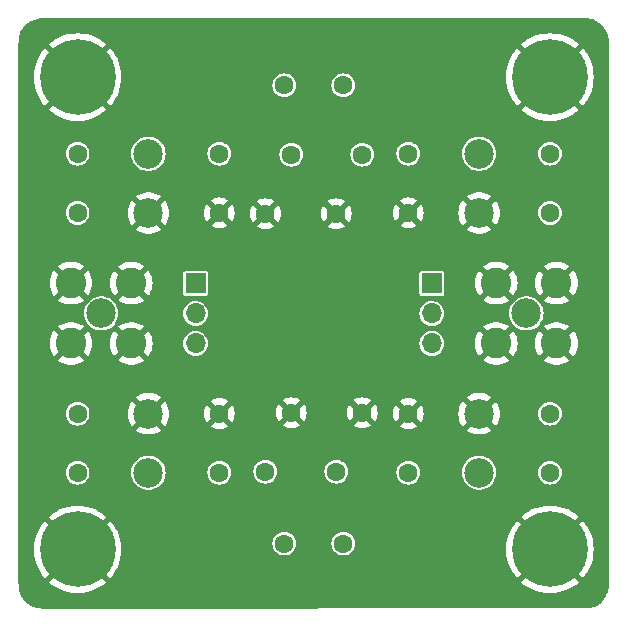
<source format=gbl>
%TF.GenerationSoftware,KiCad,Pcbnew,7.0.10-7.0.10~ubuntu22.04.1*%
%TF.CreationDate,2024-01-03T18:08:33-08:00*%
%TF.ProjectId,YamhillDualDoubleTunedCircuit,59616d68-696c-46c4-9475-616c446f7562,A*%
%TF.SameCoordinates,Original*%
%TF.FileFunction,Copper,L2,Bot*%
%TF.FilePolarity,Positive*%
%FSLAX46Y46*%
G04 Gerber Fmt 4.6, Leading zero omitted, Abs format (unit mm)*
G04 Created by KiCad (PCBNEW 7.0.10-7.0.10~ubuntu22.04.1) date 2024-01-03 18:08:33*
%MOMM*%
%LPD*%
G01*
G04 APERTURE LIST*
%TA.AperFunction,ComponentPad*%
%ADD10C,2.500000*%
%TD*%
%TA.AperFunction,ComponentPad*%
%ADD11C,1.600000*%
%TD*%
%TA.AperFunction,ComponentPad*%
%ADD12R,1.700000X1.700000*%
%TD*%
%TA.AperFunction,ComponentPad*%
%ADD13O,1.700000X1.700000*%
%TD*%
%TA.AperFunction,ComponentPad*%
%ADD14C,0.800000*%
%TD*%
%TA.AperFunction,ComponentPad*%
%ADD15C,6.400000*%
%TD*%
%TA.AperFunction,ComponentPad*%
%ADD16C,2.600000*%
%TD*%
%TA.AperFunction,ViaPad*%
%ADD17C,0.600000*%
%TD*%
G04 APERTURE END LIST*
D10*
%TO.P,C14,1*%
%TO.N,Net-(C10-Pad1)*%
X139000000Y-88500000D03*
%TO.P,C14,2*%
%TO.N,GND*%
X139000000Y-83500000D03*
%TD*%
D11*
%TO.P,L1,1,1*%
%TO.N,Net-(C1-Pad2)*%
X123100000Y-61575010D03*
%TO.P,L1,2,2*%
%TO.N,GND*%
X120900000Y-66575010D03*
%TD*%
D12*
%TO.P,J3,1,Pin_1*%
%TO.N,Net-(J3-Pin_1)*%
X135000000Y-72475000D03*
D13*
%TO.P,J3,2,Pin_2*%
%TO.N,Net-(J3-Pin_2)*%
X135000000Y-75015000D03*
%TO.P,J3,3,Pin_3*%
%TO.N,Net-(J3-Pin_3)*%
X135000000Y-77555000D03*
%TD*%
D11*
%TO.P,C13,1*%
%TO.N,Net-(C10-Pad1)*%
X133000000Y-88500000D03*
%TO.P,C13,2*%
%TO.N,GND*%
X133000000Y-83500000D03*
%TD*%
D10*
%TO.P,C7,1*%
%TO.N,Net-(C2-Pad2)*%
X139000000Y-61500000D03*
%TO.P,C7,2*%
%TO.N,GND*%
X139000000Y-66500000D03*
%TD*%
D11*
%TO.P,C1,1*%
%TO.N,Net-(J2-Pin_1)*%
X105000000Y-66500000D03*
%TO.P,C1,2*%
%TO.N,Net-(C1-Pad2)*%
X105000000Y-61500000D03*
%TD*%
D14*
%TO.P,H2,1,1*%
%TO.N,GND*%
X102600000Y-55000000D03*
X103302944Y-53302944D03*
X103302944Y-56697056D03*
X105000000Y-52600000D03*
D15*
X105000000Y-55000000D03*
D14*
X105000000Y-57400000D03*
X106697056Y-53302944D03*
X106697056Y-56697056D03*
X107400000Y-55000000D03*
%TD*%
D12*
%TO.P,J2,1,Pin_1*%
%TO.N,Net-(J2-Pin_1)*%
X115000000Y-72475000D03*
D13*
%TO.P,J2,2,Pin_2*%
%TO.N,Net-(J1-In)*%
X115000000Y-75015000D03*
%TO.P,J2,3,Pin_3*%
%TO.N,Net-(J2-Pin_3)*%
X115000000Y-77555000D03*
%TD*%
D10*
%TO.P,C11,1*%
%TO.N,Net-(C11-Pad1)*%
X111000000Y-88500000D03*
%TO.P,C11,2*%
%TO.N,GND*%
X111000000Y-83500000D03*
%TD*%
D11*
%TO.P,C10,1*%
%TO.N,Net-(C10-Pad1)*%
X145000000Y-88500000D03*
%TO.P,C10,2*%
%TO.N,Net-(J3-Pin_3)*%
X145000000Y-83500000D03*
%TD*%
D10*
%TO.P,C4,1*%
%TO.N,Net-(C1-Pad2)*%
X111000000Y-61500000D03*
%TO.P,C4,2*%
%TO.N,GND*%
X111000000Y-66500000D03*
%TD*%
D11*
%TO.P,C2,1*%
%TO.N,Net-(C1-Pad2)*%
X122500000Y-55700000D03*
%TO.P,C2,2*%
%TO.N,Net-(C2-Pad2)*%
X127500000Y-55700000D03*
%TD*%
D14*
%TO.P,H1,1,1*%
%TO.N,GND*%
X142600000Y-55000000D03*
X143302944Y-53302944D03*
X143302944Y-56697056D03*
X145000000Y-52600000D03*
D15*
X145000000Y-55000000D03*
D14*
X145000000Y-57400000D03*
X146697056Y-53302944D03*
X146697056Y-56697056D03*
X147400000Y-55000000D03*
%TD*%
D11*
%TO.P,C8,1*%
%TO.N,Net-(J2-Pin_3)*%
X105000000Y-83500000D03*
%TO.P,C8,2*%
%TO.N,Net-(C11-Pad1)*%
X105000000Y-88500000D03*
%TD*%
D14*
%TO.P,H3,1,1*%
%TO.N,GND*%
X142600000Y-95000000D03*
X143302944Y-93302944D03*
X143302944Y-96697056D03*
X145000000Y-92600000D03*
D15*
X145000000Y-95000000D03*
D14*
X145000000Y-97400000D03*
X146697056Y-93302944D03*
X146697056Y-96697056D03*
X147400000Y-95000000D03*
%TD*%
D11*
%TO.P,C5,1*%
%TO.N,Net-(C1-Pad2)*%
X117000000Y-61500000D03*
%TO.P,C5,2*%
%TO.N,GND*%
X117000000Y-66500000D03*
%TD*%
D14*
%TO.P,H4,1,1*%
%TO.N,GND*%
X102600000Y-95000000D03*
X103302944Y-93302944D03*
X103302944Y-96697056D03*
X105000000Y-92600000D03*
D15*
X105000000Y-95000000D03*
D14*
X105000000Y-97400000D03*
X106697056Y-93302944D03*
X106697056Y-96697056D03*
X107400000Y-95000000D03*
%TD*%
D11*
%TO.P,C9,1*%
%TO.N,Net-(C11-Pad1)*%
X122500000Y-94500000D03*
%TO.P,C9,2*%
%TO.N,Net-(C10-Pad1)*%
X127500000Y-94500000D03*
%TD*%
D10*
%TO.P,J4,1,In*%
%TO.N,Net-(J3-Pin_2)*%
X143000000Y-75000000D03*
D16*
%TO.P,J4,2,Ext*%
%TO.N,GND*%
X140450000Y-72450000D03*
X140450000Y-77550000D03*
X145550000Y-72450000D03*
X145550000Y-77550000D03*
%TD*%
D11*
%TO.P,L3,1,1*%
%TO.N,Net-(C11-Pad1)*%
X120900000Y-88424990D03*
%TO.P,L3,2,2*%
%TO.N,GND*%
X123100000Y-83424990D03*
%TD*%
%TO.P,C12,1*%
%TO.N,Net-(C11-Pad1)*%
X117000000Y-88500000D03*
%TO.P,C12,2*%
%TO.N,GND*%
X117000000Y-83500000D03*
%TD*%
%TO.P,C3,1*%
%TO.N,Net-(C2-Pad2)*%
X145000000Y-61500000D03*
%TO.P,C3,2*%
%TO.N,Net-(J3-Pin_1)*%
X145000000Y-66500000D03*
%TD*%
%TO.P,L4,1,1*%
%TO.N,Net-(C10-Pad1)*%
X126900000Y-88424990D03*
%TO.P,L4,2,2*%
%TO.N,GND*%
X129100000Y-83424990D03*
%TD*%
%TO.P,C6,1*%
%TO.N,Net-(C2-Pad2)*%
X133000000Y-61500000D03*
%TO.P,C6,2*%
%TO.N,GND*%
X133000000Y-66500000D03*
%TD*%
D10*
%TO.P,J1,1,In*%
%TO.N,Net-(J1-In)*%
X107000000Y-75000000D03*
D16*
%TO.P,J1,2,Ext*%
%TO.N,GND*%
X104450000Y-72450000D03*
X104450000Y-77550000D03*
X109550000Y-72450000D03*
X109550000Y-77550000D03*
%TD*%
D11*
%TO.P,L2,1,1*%
%TO.N,Net-(C2-Pad2)*%
X129100000Y-61575010D03*
%TO.P,L2,2,2*%
%TO.N,GND*%
X126900000Y-66575010D03*
%TD*%
D17*
%TO.N,GND*%
X122000000Y-99000000D03*
X142000000Y-99000000D03*
X149000000Y-87000000D03*
X147000000Y-51000000D03*
X101000000Y-87000000D03*
X149000000Y-77000000D03*
X101000000Y-72000000D03*
X122000000Y-51000000D03*
X112000000Y-99000000D03*
X142000000Y-51000000D03*
X127000000Y-51000000D03*
X149000000Y-67000000D03*
X149000000Y-97000000D03*
X149000000Y-52000000D03*
X149000000Y-82000000D03*
X101000000Y-57000000D03*
X101000000Y-52000000D03*
X107000000Y-99000000D03*
X132000000Y-51000000D03*
X117000000Y-51000000D03*
X127000000Y-99000000D03*
X102000000Y-51000000D03*
X149000000Y-72000000D03*
X137000000Y-99000000D03*
X101000000Y-62000000D03*
X101000000Y-67000000D03*
X112000000Y-51000000D03*
X107000000Y-51000000D03*
X149000000Y-62000000D03*
X149000000Y-57000000D03*
X137000000Y-51000000D03*
X101000000Y-82000000D03*
X149000000Y-92000000D03*
X132000000Y-99000000D03*
X101000000Y-97000000D03*
X102000000Y-99000000D03*
X147000000Y-99000000D03*
X101000000Y-92000000D03*
X101000000Y-77000000D03*
X117000000Y-99000000D03*
%TD*%
%TA.AperFunction,Conductor*%
%TO.N,GND*%
G36*
X106856420Y-96502867D02*
G01*
X106794601Y-96461561D01*
X106721680Y-96447056D01*
X106672432Y-96447056D01*
X106599511Y-96461561D01*
X106516816Y-96516816D01*
X106461561Y-96599511D01*
X106442158Y-96697056D01*
X106461561Y-96794601D01*
X106502867Y-96856420D01*
X105944180Y-96297733D01*
X106134870Y-96134870D01*
X106297733Y-95944180D01*
X106856420Y-96502867D01*
G37*
%TD.AperFunction*%
%TA.AperFunction,Conductor*%
G36*
X103865130Y-96134870D02*
G01*
X104055819Y-96297733D01*
X103497135Y-96856416D01*
X103538439Y-96794601D01*
X103557842Y-96697056D01*
X103538439Y-96599511D01*
X103483184Y-96516816D01*
X103400489Y-96461561D01*
X103327568Y-96447056D01*
X103278320Y-96447056D01*
X103205399Y-96461561D01*
X103143573Y-96502871D01*
X103702265Y-95944179D01*
X103865130Y-96134870D01*
G37*
%TD.AperFunction*%
%TA.AperFunction,Conductor*%
G36*
X104055819Y-93702266D02*
G01*
X103865130Y-93865130D01*
X103702266Y-94055819D01*
X103143579Y-93497132D01*
X103205399Y-93538439D01*
X103278320Y-93552944D01*
X103327568Y-93552944D01*
X103400489Y-93538439D01*
X103483184Y-93483184D01*
X103538439Y-93400489D01*
X103557842Y-93302944D01*
X103538439Y-93205399D01*
X103497132Y-93143579D01*
X104055819Y-93702266D01*
G37*
%TD.AperFunction*%
%TA.AperFunction,Conductor*%
G36*
X106461561Y-93205399D02*
G01*
X106442158Y-93302944D01*
X106461561Y-93400489D01*
X106516816Y-93483184D01*
X106599511Y-93538439D01*
X106672432Y-93552944D01*
X106721680Y-93552944D01*
X106794601Y-93538439D01*
X106856415Y-93497135D01*
X106297732Y-94055818D01*
X106134870Y-93865130D01*
X105944179Y-93702265D01*
X106502871Y-93143573D01*
X106461561Y-93205399D01*
G37*
%TD.AperFunction*%
%TA.AperFunction,Conductor*%
G36*
X146856420Y-96502867D02*
G01*
X146794601Y-96461561D01*
X146721680Y-96447056D01*
X146672432Y-96447056D01*
X146599511Y-96461561D01*
X146516816Y-96516816D01*
X146461561Y-96599511D01*
X146442158Y-96697056D01*
X146461561Y-96794601D01*
X146502867Y-96856420D01*
X145944180Y-96297733D01*
X146134870Y-96134870D01*
X146297733Y-95944180D01*
X146856420Y-96502867D01*
G37*
%TD.AperFunction*%
%TA.AperFunction,Conductor*%
G36*
X143865130Y-96134870D02*
G01*
X144055819Y-96297733D01*
X143497135Y-96856416D01*
X143538439Y-96794601D01*
X143557842Y-96697056D01*
X143538439Y-96599511D01*
X143483184Y-96516816D01*
X143400489Y-96461561D01*
X143327568Y-96447056D01*
X143278320Y-96447056D01*
X143205399Y-96461561D01*
X143143573Y-96502871D01*
X143702265Y-95944179D01*
X143865130Y-96134870D01*
G37*
%TD.AperFunction*%
%TA.AperFunction,Conductor*%
G36*
X144055819Y-93702266D02*
G01*
X143865130Y-93865130D01*
X143702266Y-94055819D01*
X143143579Y-93497132D01*
X143205399Y-93538439D01*
X143278320Y-93552944D01*
X143327568Y-93552944D01*
X143400489Y-93538439D01*
X143483184Y-93483184D01*
X143538439Y-93400489D01*
X143557842Y-93302944D01*
X143538439Y-93205399D01*
X143497132Y-93143579D01*
X144055819Y-93702266D01*
G37*
%TD.AperFunction*%
%TA.AperFunction,Conductor*%
G36*
X146461561Y-93205399D02*
G01*
X146442158Y-93302944D01*
X146461561Y-93400489D01*
X146516816Y-93483184D01*
X146599511Y-93538439D01*
X146672432Y-93552944D01*
X146721680Y-93552944D01*
X146794601Y-93538439D01*
X146856415Y-93497135D01*
X146297732Y-94055818D01*
X146134870Y-93865130D01*
X145944179Y-93702265D01*
X146502871Y-93143573D01*
X146461561Y-93205399D01*
G37*
%TD.AperFunction*%
%TA.AperFunction,Conductor*%
G36*
X106856420Y-56502867D02*
G01*
X106794601Y-56461561D01*
X106721680Y-56447056D01*
X106672432Y-56447056D01*
X106599511Y-56461561D01*
X106516816Y-56516816D01*
X106461561Y-56599511D01*
X106442158Y-56697056D01*
X106461561Y-56794601D01*
X106502867Y-56856420D01*
X105944180Y-56297733D01*
X106134870Y-56134870D01*
X106297733Y-55944180D01*
X106856420Y-56502867D01*
G37*
%TD.AperFunction*%
%TA.AperFunction,Conductor*%
G36*
X103865130Y-56134870D02*
G01*
X104055819Y-56297733D01*
X103497135Y-56856416D01*
X103538439Y-56794601D01*
X103557842Y-56697056D01*
X103538439Y-56599511D01*
X103483184Y-56516816D01*
X103400489Y-56461561D01*
X103327568Y-56447056D01*
X103278320Y-56447056D01*
X103205399Y-56461561D01*
X103143573Y-56502871D01*
X103702265Y-55944179D01*
X103865130Y-56134870D01*
G37*
%TD.AperFunction*%
%TA.AperFunction,Conductor*%
G36*
X104055819Y-53702266D02*
G01*
X103865130Y-53865130D01*
X103702266Y-54055819D01*
X103143579Y-53497132D01*
X103205399Y-53538439D01*
X103278320Y-53552944D01*
X103327568Y-53552944D01*
X103400489Y-53538439D01*
X103483184Y-53483184D01*
X103538439Y-53400489D01*
X103557842Y-53302944D01*
X103538439Y-53205399D01*
X103497132Y-53143579D01*
X104055819Y-53702266D01*
G37*
%TD.AperFunction*%
%TA.AperFunction,Conductor*%
G36*
X106461561Y-53205399D02*
G01*
X106442158Y-53302944D01*
X106461561Y-53400489D01*
X106516816Y-53483184D01*
X106599511Y-53538439D01*
X106672432Y-53552944D01*
X106721680Y-53552944D01*
X106794601Y-53538439D01*
X106856415Y-53497135D01*
X106297732Y-54055818D01*
X106134870Y-53865130D01*
X105944179Y-53702265D01*
X106502871Y-53143573D01*
X106461561Y-53205399D01*
G37*
%TD.AperFunction*%
%TA.AperFunction,Conductor*%
G36*
X146856420Y-56502867D02*
G01*
X146794601Y-56461561D01*
X146721680Y-56447056D01*
X146672432Y-56447056D01*
X146599511Y-56461561D01*
X146516816Y-56516816D01*
X146461561Y-56599511D01*
X146442158Y-56697056D01*
X146461561Y-56794601D01*
X146502867Y-56856420D01*
X145944180Y-56297733D01*
X146134870Y-56134870D01*
X146297733Y-55944180D01*
X146856420Y-56502867D01*
G37*
%TD.AperFunction*%
%TA.AperFunction,Conductor*%
G36*
X143865130Y-56134870D02*
G01*
X144055819Y-56297733D01*
X143497135Y-56856416D01*
X143538439Y-56794601D01*
X143557842Y-56697056D01*
X143538439Y-56599511D01*
X143483184Y-56516816D01*
X143400489Y-56461561D01*
X143327568Y-56447056D01*
X143278320Y-56447056D01*
X143205399Y-56461561D01*
X143143573Y-56502871D01*
X143702265Y-55944179D01*
X143865130Y-56134870D01*
G37*
%TD.AperFunction*%
%TA.AperFunction,Conductor*%
G36*
X144055819Y-53702266D02*
G01*
X143865130Y-53865130D01*
X143702266Y-54055819D01*
X143143579Y-53497132D01*
X143205399Y-53538439D01*
X143278320Y-53552944D01*
X143327568Y-53552944D01*
X143400489Y-53538439D01*
X143483184Y-53483184D01*
X143538439Y-53400489D01*
X143557842Y-53302944D01*
X143538439Y-53205399D01*
X143497132Y-53143579D01*
X144055819Y-53702266D01*
G37*
%TD.AperFunction*%
%TA.AperFunction,Conductor*%
G36*
X146461561Y-53205399D02*
G01*
X146442158Y-53302944D01*
X146461561Y-53400489D01*
X146516816Y-53483184D01*
X146599511Y-53538439D01*
X146672432Y-53552944D01*
X146721680Y-53552944D01*
X146794601Y-53538439D01*
X146856415Y-53497135D01*
X146297732Y-54055818D01*
X146134870Y-53865130D01*
X145944179Y-53702265D01*
X146502871Y-53143573D01*
X146461561Y-53205399D01*
G37*
%TD.AperFunction*%
%TA.AperFunction,Conductor*%
G36*
X124666055Y-50000948D02*
G01*
X124887981Y-50001067D01*
X124888183Y-50001067D01*
X124888222Y-50001081D01*
X124888223Y-50001068D01*
X136272024Y-50013226D01*
X148177832Y-50025943D01*
X148185686Y-50026370D01*
X148430663Y-50052841D01*
X148443547Y-50055409D01*
X148681984Y-50125420D01*
X148686985Y-50127085D01*
X148694671Y-50129952D01*
X148699540Y-50131968D01*
X148951239Y-50246914D01*
X148960503Y-50251973D01*
X149191047Y-50400134D01*
X149199500Y-50406462D01*
X149406610Y-50585924D01*
X149414075Y-50593389D01*
X149593537Y-50800499D01*
X149599865Y-50808952D01*
X149748026Y-51039496D01*
X149753086Y-51048762D01*
X149868031Y-51300457D01*
X149870052Y-51305337D01*
X149874513Y-51317297D01*
X149876181Y-51322310D01*
X149943606Y-51551939D01*
X149946180Y-51564880D01*
X149971523Y-51800717D01*
X149971947Y-51808632D01*
X149966958Y-98226211D01*
X149966534Y-98234117D01*
X149954616Y-98344913D01*
X149950332Y-98384755D01*
X149943675Y-98446643D01*
X149941102Y-98459577D01*
X149880306Y-98666630D01*
X149878637Y-98671643D01*
X149870048Y-98694670D01*
X149868027Y-98699550D01*
X149753086Y-98951237D01*
X149748026Y-98960503D01*
X149599865Y-99191047D01*
X149593537Y-99199500D01*
X149414075Y-99406610D01*
X149406610Y-99414075D01*
X149199500Y-99593537D01*
X149191047Y-99599865D01*
X148960503Y-99748026D01*
X148951237Y-99753086D01*
X148699542Y-99868031D01*
X148694661Y-99870052D01*
X148673641Y-99877892D01*
X148668648Y-99879554D01*
X148457480Y-99941558D01*
X148444571Y-99944128D01*
X148227805Y-99967505D01*
X148219920Y-99967932D01*
X102116357Y-99998592D01*
X102113691Y-99998546D01*
X101852439Y-99989302D01*
X101844525Y-99988595D01*
X101587590Y-99951653D01*
X101582391Y-99950715D01*
X101580668Y-99950340D01*
X101578542Y-99949877D01*
X101573430Y-99948572D01*
X101307930Y-99870614D01*
X101298038Y-99866925D01*
X101048763Y-99753086D01*
X101039496Y-99748026D01*
X100808952Y-99599865D01*
X100800499Y-99593537D01*
X100593389Y-99414075D01*
X100585924Y-99406610D01*
X100406462Y-99199500D01*
X100400134Y-99191047D01*
X100251973Y-98960503D01*
X100246913Y-98951236D01*
X100133074Y-98701961D01*
X100129385Y-98692069D01*
X100052175Y-98429116D01*
X100049930Y-98418799D01*
X100045035Y-98384755D01*
X100010742Y-98146234D01*
X100010037Y-98138350D01*
X100005005Y-97997469D01*
X100000547Y-97872635D01*
X100000500Y-97869994D01*
X100000500Y-95000000D01*
X101294922Y-95000000D01*
X101315219Y-95387289D01*
X101315219Y-95387290D01*
X101375885Y-95770322D01*
X101476262Y-96144934D01*
X101615244Y-96506992D01*
X101791307Y-96852537D01*
X102002530Y-97177791D01*
X102211096Y-97435349D01*
X103108759Y-96537685D01*
X103067449Y-96599511D01*
X103048046Y-96697056D01*
X103067449Y-96794601D01*
X103122704Y-96877296D01*
X103205399Y-96932551D01*
X103278320Y-96947056D01*
X103327568Y-96947056D01*
X103400489Y-96932551D01*
X103462304Y-96891247D01*
X102564649Y-97788902D01*
X102564649Y-97788903D01*
X102822208Y-97997469D01*
X103147462Y-98208692D01*
X103493007Y-98384755D01*
X103855065Y-98523737D01*
X104229677Y-98624114D01*
X104612709Y-98684780D01*
X105000000Y-98705077D01*
X105387289Y-98684780D01*
X105387290Y-98684780D01*
X105770322Y-98624114D01*
X106144934Y-98523737D01*
X106506992Y-98384755D01*
X106852537Y-98208692D01*
X107177791Y-97997469D01*
X107435349Y-97788903D01*
X107435349Y-97788902D01*
X106537691Y-96891244D01*
X106599511Y-96932551D01*
X106672432Y-96947056D01*
X106721680Y-96947056D01*
X106794601Y-96932551D01*
X106877296Y-96877296D01*
X106932551Y-96794601D01*
X106951954Y-96697056D01*
X106932551Y-96599511D01*
X106891244Y-96537691D01*
X107788902Y-97435349D01*
X107788903Y-97435349D01*
X107997469Y-97177791D01*
X108208692Y-96852537D01*
X108384755Y-96506992D01*
X108523737Y-96144934D01*
X108624114Y-95770322D01*
X108684780Y-95387290D01*
X108684780Y-95387289D01*
X108705077Y-95000000D01*
X108684780Y-94612710D01*
X108684780Y-94612709D01*
X108666929Y-94500000D01*
X121494659Y-94500000D01*
X121513976Y-94696133D01*
X121571187Y-94884731D01*
X121658776Y-95048597D01*
X121664090Y-95058538D01*
X121789117Y-95210883D01*
X121941462Y-95335910D01*
X121974470Y-95353553D01*
X122115268Y-95428812D01*
X122115270Y-95428812D01*
X122115273Y-95428814D01*
X122303868Y-95486024D01*
X122500000Y-95505341D01*
X122696132Y-95486024D01*
X122884727Y-95428814D01*
X123058538Y-95335910D01*
X123210883Y-95210883D01*
X123335910Y-95058538D01*
X123428814Y-94884727D01*
X123486024Y-94696132D01*
X123505341Y-94500000D01*
X126494659Y-94500000D01*
X126513976Y-94696133D01*
X126571187Y-94884731D01*
X126658776Y-95048597D01*
X126664090Y-95058538D01*
X126789117Y-95210883D01*
X126941462Y-95335910D01*
X126974470Y-95353553D01*
X127115268Y-95428812D01*
X127115270Y-95428812D01*
X127115273Y-95428814D01*
X127303868Y-95486024D01*
X127500000Y-95505341D01*
X127696132Y-95486024D01*
X127884727Y-95428814D01*
X128058538Y-95335910D01*
X128210883Y-95210883D01*
X128335910Y-95058538D01*
X128367199Y-95000000D01*
X141294922Y-95000000D01*
X141315219Y-95387289D01*
X141315219Y-95387290D01*
X141375885Y-95770322D01*
X141476262Y-96144934D01*
X141615244Y-96506992D01*
X141791307Y-96852537D01*
X142002530Y-97177791D01*
X142211096Y-97435349D01*
X143108759Y-96537685D01*
X143067449Y-96599511D01*
X143048046Y-96697056D01*
X143067449Y-96794601D01*
X143122704Y-96877296D01*
X143205399Y-96932551D01*
X143278320Y-96947056D01*
X143327568Y-96947056D01*
X143400489Y-96932551D01*
X143462304Y-96891247D01*
X142564649Y-97788902D01*
X142564649Y-97788903D01*
X142822208Y-97997469D01*
X143147462Y-98208692D01*
X143493007Y-98384755D01*
X143855065Y-98523737D01*
X144229677Y-98624114D01*
X144612709Y-98684780D01*
X145000000Y-98705077D01*
X145387289Y-98684780D01*
X145387290Y-98684780D01*
X145770322Y-98624114D01*
X146144934Y-98523737D01*
X146506992Y-98384755D01*
X146852537Y-98208692D01*
X147177791Y-97997469D01*
X147435349Y-97788903D01*
X147435349Y-97788902D01*
X146537691Y-96891244D01*
X146599511Y-96932551D01*
X146672432Y-96947056D01*
X146721680Y-96947056D01*
X146794601Y-96932551D01*
X146877296Y-96877296D01*
X146932551Y-96794601D01*
X146951954Y-96697056D01*
X146932551Y-96599511D01*
X146891244Y-96537691D01*
X147788902Y-97435349D01*
X147788903Y-97435349D01*
X147997469Y-97177791D01*
X148208692Y-96852537D01*
X148384755Y-96506992D01*
X148523737Y-96144934D01*
X148624114Y-95770322D01*
X148684780Y-95387290D01*
X148684780Y-95387289D01*
X148705077Y-95000000D01*
X148684780Y-94612710D01*
X148684780Y-94612709D01*
X148624114Y-94229677D01*
X148523737Y-93855065D01*
X148384755Y-93493007D01*
X148208692Y-93147462D01*
X147997469Y-92822208D01*
X147788902Y-92564649D01*
X146891247Y-93462303D01*
X146932551Y-93400489D01*
X146951954Y-93302944D01*
X146932551Y-93205399D01*
X146877296Y-93122704D01*
X146794601Y-93067449D01*
X146721680Y-93052944D01*
X146672432Y-93052944D01*
X146599511Y-93067449D01*
X146537685Y-93108759D01*
X147435349Y-92211096D01*
X147435349Y-92211095D01*
X147177791Y-92002530D01*
X146852537Y-91791307D01*
X146506992Y-91615244D01*
X146144934Y-91476262D01*
X145770322Y-91375885D01*
X145387290Y-91315219D01*
X145000000Y-91294922D01*
X144612710Y-91315219D01*
X144612709Y-91315219D01*
X144229677Y-91375885D01*
X143855065Y-91476262D01*
X143493007Y-91615244D01*
X143147462Y-91791307D01*
X142822205Y-92002532D01*
X142822202Y-92002535D01*
X142564649Y-92211095D01*
X142564649Y-92211096D01*
X143462308Y-93108755D01*
X143400489Y-93067449D01*
X143327568Y-93052944D01*
X143278320Y-93052944D01*
X143205399Y-93067449D01*
X143122704Y-93122704D01*
X143067449Y-93205399D01*
X143048046Y-93302944D01*
X143067449Y-93400489D01*
X143108755Y-93462308D01*
X142211096Y-92564649D01*
X142211095Y-92564649D01*
X142002535Y-92822202D01*
X142002532Y-92822205D01*
X141791307Y-93147462D01*
X141615244Y-93493007D01*
X141476262Y-93855065D01*
X141375885Y-94229677D01*
X141315219Y-94612709D01*
X141315219Y-94612710D01*
X141294922Y-95000000D01*
X128367199Y-95000000D01*
X128428814Y-94884727D01*
X128486024Y-94696132D01*
X128505341Y-94500000D01*
X128486024Y-94303868D01*
X128428814Y-94115273D01*
X128428812Y-94115270D01*
X128428812Y-94115268D01*
X128377048Y-94018426D01*
X128335910Y-93941462D01*
X128210883Y-93789117D01*
X128058538Y-93664090D01*
X128048597Y-93658776D01*
X127884731Y-93571187D01*
X127696133Y-93513976D01*
X127500000Y-93494659D01*
X127303866Y-93513976D01*
X127115268Y-93571187D01*
X126941463Y-93664089D01*
X126789117Y-93789117D01*
X126664089Y-93941463D01*
X126571187Y-94115268D01*
X126513976Y-94303866D01*
X126494659Y-94500000D01*
X123505341Y-94500000D01*
X123486024Y-94303868D01*
X123428814Y-94115273D01*
X123428812Y-94115270D01*
X123428812Y-94115268D01*
X123377048Y-94018426D01*
X123335910Y-93941462D01*
X123210883Y-93789117D01*
X123058538Y-93664090D01*
X123048597Y-93658776D01*
X122884731Y-93571187D01*
X122696133Y-93513976D01*
X122500000Y-93494659D01*
X122303866Y-93513976D01*
X122115268Y-93571187D01*
X121941463Y-93664089D01*
X121789117Y-93789117D01*
X121664089Y-93941463D01*
X121571187Y-94115268D01*
X121513976Y-94303866D01*
X121494659Y-94500000D01*
X108666929Y-94500000D01*
X108624114Y-94229677D01*
X108523737Y-93855065D01*
X108384755Y-93493007D01*
X108208692Y-93147462D01*
X107997469Y-92822208D01*
X107788902Y-92564649D01*
X106891247Y-93462303D01*
X106932551Y-93400489D01*
X106951954Y-93302944D01*
X106932551Y-93205399D01*
X106877296Y-93122704D01*
X106794601Y-93067449D01*
X106721680Y-93052944D01*
X106672432Y-93052944D01*
X106599511Y-93067449D01*
X106537685Y-93108759D01*
X107435349Y-92211096D01*
X107435349Y-92211095D01*
X107177791Y-92002530D01*
X106852537Y-91791307D01*
X106506992Y-91615244D01*
X106144934Y-91476262D01*
X105770322Y-91375885D01*
X105387290Y-91315219D01*
X105000000Y-91294922D01*
X104612710Y-91315219D01*
X104612709Y-91315219D01*
X104229677Y-91375885D01*
X103855065Y-91476262D01*
X103493007Y-91615244D01*
X103147462Y-91791307D01*
X102822205Y-92002532D01*
X102822202Y-92002535D01*
X102564649Y-92211095D01*
X102564649Y-92211096D01*
X103462308Y-93108755D01*
X103400489Y-93067449D01*
X103327568Y-93052944D01*
X103278320Y-93052944D01*
X103205399Y-93067449D01*
X103122704Y-93122704D01*
X103067449Y-93205399D01*
X103048046Y-93302944D01*
X103067449Y-93400489D01*
X103108755Y-93462308D01*
X102211096Y-92564649D01*
X102211095Y-92564649D01*
X102002535Y-92822202D01*
X102002532Y-92822205D01*
X101791307Y-93147462D01*
X101615244Y-93493007D01*
X101476262Y-93855065D01*
X101375885Y-94229677D01*
X101315219Y-94612709D01*
X101315219Y-94612710D01*
X101294922Y-95000000D01*
X100000500Y-95000000D01*
X100000500Y-88500000D01*
X103994659Y-88500000D01*
X104013976Y-88696133D01*
X104071187Y-88884731D01*
X104123995Y-88983526D01*
X104164090Y-89058538D01*
X104289117Y-89210883D01*
X104441462Y-89335910D01*
X104518426Y-89377048D01*
X104615268Y-89428812D01*
X104615270Y-89428812D01*
X104615273Y-89428814D01*
X104803868Y-89486024D01*
X105000000Y-89505341D01*
X105196132Y-89486024D01*
X105384727Y-89428814D01*
X105558538Y-89335910D01*
X105710883Y-89210883D01*
X105835910Y-89058538D01*
X105928814Y-88884727D01*
X105986024Y-88696132D01*
X106005341Y-88500003D01*
X109544529Y-88500003D01*
X109564378Y-88739556D01*
X109564378Y-88739557D01*
X109623392Y-88972597D01*
X109695012Y-89135873D01*
X109719951Y-89192728D01*
X109851429Y-89393969D01*
X110014236Y-89570825D01*
X110203933Y-89718472D01*
X110415344Y-89832882D01*
X110642703Y-89910934D01*
X110879808Y-89950500D01*
X111120192Y-89950500D01*
X111357297Y-89910934D01*
X111584656Y-89832882D01*
X111796067Y-89718472D01*
X111985764Y-89570825D01*
X112148571Y-89393969D01*
X112280049Y-89192728D01*
X112376610Y-88972591D01*
X112435620Y-88739563D01*
X112435620Y-88739559D01*
X112435621Y-88739557D01*
X112435621Y-88739556D01*
X112455471Y-88500003D01*
X112455471Y-88500000D01*
X115994659Y-88500000D01*
X116013976Y-88696133D01*
X116071187Y-88884731D01*
X116123995Y-88983526D01*
X116164090Y-89058538D01*
X116289117Y-89210883D01*
X116441462Y-89335910D01*
X116518426Y-89377048D01*
X116615268Y-89428812D01*
X116615270Y-89428812D01*
X116615273Y-89428814D01*
X116803868Y-89486024D01*
X117000000Y-89505341D01*
X117196132Y-89486024D01*
X117384727Y-89428814D01*
X117558538Y-89335910D01*
X117710883Y-89210883D01*
X117835910Y-89058538D01*
X117928814Y-88884727D01*
X117986024Y-88696132D01*
X118005341Y-88500000D01*
X117997953Y-88424990D01*
X119894659Y-88424990D01*
X119913976Y-88621123D01*
X119971187Y-88809721D01*
X120058244Y-88972591D01*
X120064090Y-88983528D01*
X120189117Y-89135873D01*
X120341462Y-89260900D01*
X120418426Y-89302038D01*
X120515268Y-89353802D01*
X120515270Y-89353802D01*
X120515273Y-89353804D01*
X120703868Y-89411014D01*
X120900000Y-89430331D01*
X121096132Y-89411014D01*
X121284727Y-89353804D01*
X121458538Y-89260900D01*
X121610883Y-89135873D01*
X121735910Y-88983528D01*
X121828814Y-88809717D01*
X121886024Y-88621122D01*
X121905341Y-88424990D01*
X125894659Y-88424990D01*
X125913976Y-88621123D01*
X125971187Y-88809721D01*
X126058244Y-88972591D01*
X126064090Y-88983528D01*
X126189117Y-89135873D01*
X126341462Y-89260900D01*
X126418426Y-89302038D01*
X126515268Y-89353802D01*
X126515270Y-89353802D01*
X126515273Y-89353804D01*
X126703868Y-89411014D01*
X126900000Y-89430331D01*
X127096132Y-89411014D01*
X127284727Y-89353804D01*
X127458538Y-89260900D01*
X127610883Y-89135873D01*
X127735910Y-88983528D01*
X127828814Y-88809717D01*
X127886024Y-88621122D01*
X127897953Y-88500000D01*
X131994659Y-88500000D01*
X132013976Y-88696133D01*
X132071187Y-88884731D01*
X132123995Y-88983526D01*
X132164090Y-89058538D01*
X132289117Y-89210883D01*
X132441462Y-89335910D01*
X132518426Y-89377048D01*
X132615268Y-89428812D01*
X132615270Y-89428812D01*
X132615273Y-89428814D01*
X132803868Y-89486024D01*
X133000000Y-89505341D01*
X133196132Y-89486024D01*
X133384727Y-89428814D01*
X133558538Y-89335910D01*
X133710883Y-89210883D01*
X133835910Y-89058538D01*
X133928814Y-88884727D01*
X133986024Y-88696132D01*
X134005341Y-88500003D01*
X137544529Y-88500003D01*
X137564378Y-88739556D01*
X137564378Y-88739557D01*
X137623392Y-88972597D01*
X137695012Y-89135873D01*
X137719951Y-89192728D01*
X137851429Y-89393969D01*
X138014236Y-89570825D01*
X138203933Y-89718472D01*
X138415344Y-89832882D01*
X138642703Y-89910934D01*
X138879808Y-89950500D01*
X139120192Y-89950500D01*
X139357297Y-89910934D01*
X139584656Y-89832882D01*
X139796067Y-89718472D01*
X139985764Y-89570825D01*
X140148571Y-89393969D01*
X140280049Y-89192728D01*
X140376610Y-88972591D01*
X140435620Y-88739563D01*
X140435620Y-88739559D01*
X140435621Y-88739557D01*
X140435621Y-88739556D01*
X140455471Y-88500003D01*
X140455471Y-88500000D01*
X143994659Y-88500000D01*
X144013976Y-88696133D01*
X144071187Y-88884731D01*
X144123995Y-88983526D01*
X144164090Y-89058538D01*
X144289117Y-89210883D01*
X144441462Y-89335910D01*
X144518426Y-89377048D01*
X144615268Y-89428812D01*
X144615270Y-89428812D01*
X144615273Y-89428814D01*
X144803868Y-89486024D01*
X145000000Y-89505341D01*
X145196132Y-89486024D01*
X145384727Y-89428814D01*
X145558538Y-89335910D01*
X145710883Y-89210883D01*
X145835910Y-89058538D01*
X145928814Y-88884727D01*
X145986024Y-88696132D01*
X146005341Y-88500000D01*
X145986024Y-88303868D01*
X145928814Y-88115273D01*
X145928812Y-88115270D01*
X145928812Y-88115268D01*
X145877048Y-88018426D01*
X145835910Y-87941462D01*
X145710883Y-87789117D01*
X145558538Y-87664090D01*
X145548597Y-87658776D01*
X145384731Y-87571187D01*
X145196133Y-87513976D01*
X145000000Y-87494659D01*
X144803866Y-87513976D01*
X144615268Y-87571187D01*
X144441463Y-87664089D01*
X144289117Y-87789117D01*
X144164089Y-87941463D01*
X144071187Y-88115268D01*
X144013976Y-88303866D01*
X143994659Y-88500000D01*
X140455471Y-88500000D01*
X140455471Y-88499996D01*
X140435621Y-88260443D01*
X140435621Y-88260442D01*
X140427623Y-88228858D01*
X140376610Y-88027409D01*
X140280049Y-87807272D01*
X140148571Y-87606031D01*
X139985764Y-87429175D01*
X139796067Y-87281528D01*
X139707715Y-87233714D01*
X139584655Y-87167117D01*
X139357295Y-87089065D01*
X139120194Y-87049500D01*
X139120192Y-87049500D01*
X138879808Y-87049500D01*
X138879805Y-87049500D01*
X138642704Y-87089065D01*
X138415344Y-87167117D01*
X138203940Y-87281524D01*
X138203928Y-87281531D01*
X138014234Y-87429176D01*
X137851427Y-87606033D01*
X137719951Y-87807271D01*
X137623392Y-88027402D01*
X137564378Y-88260442D01*
X137564378Y-88260443D01*
X137544529Y-88499996D01*
X137544529Y-88500003D01*
X134005341Y-88500003D01*
X134005341Y-88500000D01*
X133986024Y-88303868D01*
X133928814Y-88115273D01*
X133928812Y-88115270D01*
X133928812Y-88115268D01*
X133877048Y-88018426D01*
X133835910Y-87941462D01*
X133710883Y-87789117D01*
X133558538Y-87664090D01*
X133548597Y-87658776D01*
X133384731Y-87571187D01*
X133196133Y-87513976D01*
X133000000Y-87494659D01*
X132803866Y-87513976D01*
X132615268Y-87571187D01*
X132441463Y-87664089D01*
X132289117Y-87789117D01*
X132164089Y-87941463D01*
X132071187Y-88115268D01*
X132013976Y-88303866D01*
X131994659Y-88500000D01*
X127897953Y-88500000D01*
X127905341Y-88424990D01*
X127886024Y-88228858D01*
X127828814Y-88040263D01*
X127828812Y-88040260D01*
X127828812Y-88040258D01*
X127776004Y-87941462D01*
X127735910Y-87866452D01*
X127610883Y-87714107D01*
X127458538Y-87589080D01*
X127425061Y-87571186D01*
X127284731Y-87496177D01*
X127096133Y-87438966D01*
X126900000Y-87419649D01*
X126703866Y-87438966D01*
X126515268Y-87496177D01*
X126341463Y-87589079D01*
X126189117Y-87714107D01*
X126064089Y-87866453D01*
X125971187Y-88040258D01*
X125913976Y-88228856D01*
X125894659Y-88424990D01*
X121905341Y-88424990D01*
X121886024Y-88228858D01*
X121828814Y-88040263D01*
X121828812Y-88040260D01*
X121828812Y-88040258D01*
X121776004Y-87941462D01*
X121735910Y-87866452D01*
X121610883Y-87714107D01*
X121458538Y-87589080D01*
X121425061Y-87571186D01*
X121284731Y-87496177D01*
X121096133Y-87438966D01*
X120900000Y-87419649D01*
X120703866Y-87438966D01*
X120515268Y-87496177D01*
X120341463Y-87589079D01*
X120189117Y-87714107D01*
X120064089Y-87866453D01*
X119971187Y-88040258D01*
X119913976Y-88228856D01*
X119894659Y-88424990D01*
X117997953Y-88424990D01*
X117986024Y-88303868D01*
X117928814Y-88115273D01*
X117928812Y-88115270D01*
X117928812Y-88115268D01*
X117877048Y-88018426D01*
X117835910Y-87941462D01*
X117710883Y-87789117D01*
X117558538Y-87664090D01*
X117548597Y-87658776D01*
X117384731Y-87571187D01*
X117196133Y-87513976D01*
X117000000Y-87494659D01*
X116803866Y-87513976D01*
X116615268Y-87571187D01*
X116441463Y-87664089D01*
X116289117Y-87789117D01*
X116164089Y-87941463D01*
X116071187Y-88115268D01*
X116013976Y-88303866D01*
X115994659Y-88500000D01*
X112455471Y-88500000D01*
X112455471Y-88499996D01*
X112435621Y-88260443D01*
X112435621Y-88260442D01*
X112427623Y-88228858D01*
X112376610Y-88027409D01*
X112280049Y-87807272D01*
X112148571Y-87606031D01*
X111985764Y-87429175D01*
X111796067Y-87281528D01*
X111707715Y-87233714D01*
X111584655Y-87167117D01*
X111357295Y-87089065D01*
X111120194Y-87049500D01*
X111120192Y-87049500D01*
X110879808Y-87049500D01*
X110879805Y-87049500D01*
X110642704Y-87089065D01*
X110415344Y-87167117D01*
X110203940Y-87281524D01*
X110203928Y-87281531D01*
X110014234Y-87429176D01*
X109851427Y-87606033D01*
X109719951Y-87807271D01*
X109623392Y-88027402D01*
X109564378Y-88260442D01*
X109564378Y-88260443D01*
X109544529Y-88499996D01*
X109544529Y-88500003D01*
X106005341Y-88500003D01*
X106005341Y-88500000D01*
X105986024Y-88303868D01*
X105928814Y-88115273D01*
X105928812Y-88115270D01*
X105928812Y-88115268D01*
X105877048Y-88018426D01*
X105835910Y-87941462D01*
X105710883Y-87789117D01*
X105558538Y-87664090D01*
X105548597Y-87658776D01*
X105384731Y-87571187D01*
X105196133Y-87513976D01*
X105000000Y-87494659D01*
X104803866Y-87513976D01*
X104615268Y-87571187D01*
X104441463Y-87664089D01*
X104289117Y-87789117D01*
X104164089Y-87941463D01*
X104071187Y-88115268D01*
X104013976Y-88303866D01*
X103994659Y-88500000D01*
X100000500Y-88500000D01*
X100000500Y-83500000D01*
X103994659Y-83500000D01*
X104013976Y-83696133D01*
X104071187Y-83884731D01*
X104104112Y-83946328D01*
X104164090Y-84058538D01*
X104289117Y-84210883D01*
X104441462Y-84335910D01*
X104518426Y-84377048D01*
X104615268Y-84428812D01*
X104615270Y-84428812D01*
X104615273Y-84428814D01*
X104803868Y-84486024D01*
X105000000Y-84505341D01*
X105196132Y-84486024D01*
X105384727Y-84428814D01*
X105558538Y-84335910D01*
X105710883Y-84210883D01*
X105835910Y-84058538D01*
X105928814Y-83884727D01*
X105986024Y-83696132D01*
X106005341Y-83500001D01*
X109245093Y-83500001D01*
X109264694Y-83761553D01*
X109323058Y-84017265D01*
X109418882Y-84261424D01*
X109550028Y-84488574D01*
X109597873Y-84548570D01*
X110397452Y-83748992D01*
X110407188Y-83778956D01*
X110495186Y-83917619D01*
X110614903Y-84030040D01*
X110749510Y-84104041D01*
X109950831Y-84902720D01*
X110122541Y-85019790D01*
X110358860Y-85133596D01*
X110358868Y-85133599D01*
X110609488Y-85210906D01*
X110868861Y-85250000D01*
X111131139Y-85250000D01*
X111390511Y-85210906D01*
X111641131Y-85133599D01*
X111641139Y-85133596D01*
X111877454Y-85019793D01*
X112049167Y-84902720D01*
X111247533Y-84101086D01*
X111315629Y-84074126D01*
X111448492Y-83977595D01*
X111553175Y-83851055D01*
X111601631Y-83748078D01*
X112402124Y-84548571D01*
X112402125Y-84548571D01*
X112449968Y-84488578D01*
X112581117Y-84261424D01*
X112676941Y-84017265D01*
X112735305Y-83761553D01*
X112754907Y-83500005D01*
X115695034Y-83500005D01*
X115714858Y-83726602D01*
X115714859Y-83726608D01*
X115773730Y-83946317D01*
X115773735Y-83946328D01*
X115869867Y-84152483D01*
X115920973Y-84225471D01*
X116602045Y-83544399D01*
X116614835Y-83625148D01*
X116672359Y-83738045D01*
X116761955Y-83827641D01*
X116874852Y-83885165D01*
X116955599Y-83897953D01*
X116274526Y-84579025D01*
X116347516Y-84630132D01*
X116553671Y-84726264D01*
X116553682Y-84726269D01*
X116773391Y-84785140D01*
X116773397Y-84785141D01*
X116999995Y-84804966D01*
X117000005Y-84804966D01*
X117226602Y-84785141D01*
X117226608Y-84785140D01*
X117446317Y-84726269D01*
X117446328Y-84726264D01*
X117652483Y-84630133D01*
X117725471Y-84579024D01*
X117044400Y-83897953D01*
X117125148Y-83885165D01*
X117238045Y-83827641D01*
X117327641Y-83738045D01*
X117385165Y-83625148D01*
X117397953Y-83544400D01*
X118079024Y-84225471D01*
X118130133Y-84152483D01*
X118226264Y-83946328D01*
X118226269Y-83946317D01*
X118285140Y-83726608D01*
X118285141Y-83726602D01*
X118304966Y-83500005D01*
X118304966Y-83499994D01*
X118298404Y-83424995D01*
X121795034Y-83424995D01*
X121814858Y-83651592D01*
X121814859Y-83651598D01*
X121873730Y-83871307D01*
X121873735Y-83871318D01*
X121969867Y-84077473D01*
X122020973Y-84150461D01*
X122702045Y-83469389D01*
X122714835Y-83550138D01*
X122772359Y-83663035D01*
X122861955Y-83752631D01*
X122974852Y-83810155D01*
X123055599Y-83822943D01*
X122374526Y-84504015D01*
X122447516Y-84555122D01*
X122653671Y-84651254D01*
X122653682Y-84651259D01*
X122873391Y-84710130D01*
X122873397Y-84710131D01*
X123099995Y-84729956D01*
X123100005Y-84729956D01*
X123326602Y-84710131D01*
X123326608Y-84710130D01*
X123546317Y-84651259D01*
X123546328Y-84651254D01*
X123752483Y-84555123D01*
X123825471Y-84504014D01*
X123144400Y-83822943D01*
X123225148Y-83810155D01*
X123338045Y-83752631D01*
X123427641Y-83663035D01*
X123485165Y-83550138D01*
X123497953Y-83469390D01*
X124179024Y-84150461D01*
X124230133Y-84077473D01*
X124326264Y-83871318D01*
X124326269Y-83871307D01*
X124385140Y-83651598D01*
X124385141Y-83651592D01*
X124404966Y-83424995D01*
X127795034Y-83424995D01*
X127814858Y-83651592D01*
X127814859Y-83651598D01*
X127873730Y-83871307D01*
X127873735Y-83871318D01*
X127969867Y-84077473D01*
X128020973Y-84150461D01*
X128702045Y-83469389D01*
X128714835Y-83550138D01*
X128772359Y-83663035D01*
X128861955Y-83752631D01*
X128974852Y-83810155D01*
X129055599Y-83822943D01*
X128374526Y-84504015D01*
X128447516Y-84555122D01*
X128653671Y-84651254D01*
X128653682Y-84651259D01*
X128873391Y-84710130D01*
X128873397Y-84710131D01*
X129099995Y-84729956D01*
X129100005Y-84729956D01*
X129326602Y-84710131D01*
X129326608Y-84710130D01*
X129546317Y-84651259D01*
X129546328Y-84651254D01*
X129752483Y-84555123D01*
X129825471Y-84504014D01*
X129144400Y-83822943D01*
X129225148Y-83810155D01*
X129338045Y-83752631D01*
X129427641Y-83663035D01*
X129485165Y-83550138D01*
X129497953Y-83469390D01*
X130179024Y-84150461D01*
X130230133Y-84077473D01*
X130326264Y-83871318D01*
X130326269Y-83871307D01*
X130385140Y-83651598D01*
X130385141Y-83651592D01*
X130398403Y-83500005D01*
X131695034Y-83500005D01*
X131714858Y-83726602D01*
X131714859Y-83726608D01*
X131773730Y-83946317D01*
X131773735Y-83946328D01*
X131869867Y-84152483D01*
X131920973Y-84225471D01*
X132602045Y-83544399D01*
X132614835Y-83625148D01*
X132672359Y-83738045D01*
X132761955Y-83827641D01*
X132874852Y-83885165D01*
X132955599Y-83897953D01*
X132274526Y-84579025D01*
X132347516Y-84630132D01*
X132553671Y-84726264D01*
X132553682Y-84726269D01*
X132773391Y-84785140D01*
X132773397Y-84785141D01*
X132999995Y-84804966D01*
X133000005Y-84804966D01*
X133226602Y-84785141D01*
X133226608Y-84785140D01*
X133446317Y-84726269D01*
X133446328Y-84726264D01*
X133652483Y-84630133D01*
X133725471Y-84579024D01*
X133044400Y-83897953D01*
X133125148Y-83885165D01*
X133238045Y-83827641D01*
X133327641Y-83738045D01*
X133385165Y-83625148D01*
X133397953Y-83544400D01*
X134079024Y-84225471D01*
X134130133Y-84152483D01*
X134226264Y-83946328D01*
X134226269Y-83946317D01*
X134285140Y-83726608D01*
X134285141Y-83726602D01*
X134304966Y-83500005D01*
X134304966Y-83500001D01*
X137245093Y-83500001D01*
X137264694Y-83761553D01*
X137323058Y-84017265D01*
X137418882Y-84261424D01*
X137550028Y-84488574D01*
X137597873Y-84548570D01*
X138397452Y-83748992D01*
X138407188Y-83778956D01*
X138495186Y-83917619D01*
X138614903Y-84030040D01*
X138749510Y-84104041D01*
X137950831Y-84902720D01*
X138122541Y-85019790D01*
X138358860Y-85133596D01*
X138358868Y-85133599D01*
X138609488Y-85210906D01*
X138868861Y-85250000D01*
X139131139Y-85250000D01*
X139390511Y-85210906D01*
X139641131Y-85133599D01*
X139641139Y-85133596D01*
X139877454Y-85019793D01*
X140049167Y-84902720D01*
X139247533Y-84101086D01*
X139315629Y-84074126D01*
X139448492Y-83977595D01*
X139553175Y-83851055D01*
X139601631Y-83748078D01*
X140402124Y-84548571D01*
X140402125Y-84548571D01*
X140449968Y-84488578D01*
X140581117Y-84261424D01*
X140676941Y-84017265D01*
X140735305Y-83761553D01*
X140754907Y-83500001D01*
X140754907Y-83500000D01*
X143994659Y-83500000D01*
X144013976Y-83696133D01*
X144071187Y-83884731D01*
X144104112Y-83946328D01*
X144164090Y-84058538D01*
X144289117Y-84210883D01*
X144441462Y-84335910D01*
X144518426Y-84377048D01*
X144615268Y-84428812D01*
X144615270Y-84428812D01*
X144615273Y-84428814D01*
X144803868Y-84486024D01*
X145000000Y-84505341D01*
X145196132Y-84486024D01*
X145384727Y-84428814D01*
X145558538Y-84335910D01*
X145710883Y-84210883D01*
X145835910Y-84058538D01*
X145928814Y-83884727D01*
X145986024Y-83696132D01*
X146005341Y-83500000D01*
X145986024Y-83303868D01*
X145928814Y-83115273D01*
X145928812Y-83115270D01*
X145928812Y-83115268D01*
X145855793Y-82978661D01*
X145835910Y-82941462D01*
X145710883Y-82789117D01*
X145558538Y-82664090D01*
X145548597Y-82658776D01*
X145384731Y-82571187D01*
X145196133Y-82513976D01*
X145000000Y-82494659D01*
X144803866Y-82513976D01*
X144615268Y-82571187D01*
X144441463Y-82664089D01*
X144289117Y-82789117D01*
X144164089Y-82941463D01*
X144071187Y-83115268D01*
X144013976Y-83303866D01*
X143994659Y-83500000D01*
X140754907Y-83500000D01*
X140754907Y-83499998D01*
X140735305Y-83238446D01*
X140676941Y-82982734D01*
X140581117Y-82738575D01*
X140449971Y-82511426D01*
X140402124Y-82451427D01*
X139602547Y-83251005D01*
X139592812Y-83221044D01*
X139504814Y-83082381D01*
X139385097Y-82969960D01*
X139250487Y-82895957D01*
X140049168Y-82097278D01*
X139877459Y-81980209D01*
X139641139Y-81866403D01*
X139641131Y-81866400D01*
X139390511Y-81789093D01*
X139131139Y-81750000D01*
X138868861Y-81750000D01*
X138609488Y-81789093D01*
X138358868Y-81866400D01*
X138358860Y-81866403D01*
X138122539Y-81980210D01*
X138122537Y-81980211D01*
X137950831Y-82097277D01*
X137950831Y-82097278D01*
X138752466Y-82898913D01*
X138684371Y-82925874D01*
X138551508Y-83022405D01*
X138446825Y-83148945D01*
X138398367Y-83251921D01*
X137597873Y-82451427D01*
X137597872Y-82451427D01*
X137550033Y-82511418D01*
X137550028Y-82511425D01*
X137418882Y-82738575D01*
X137323058Y-82982734D01*
X137264694Y-83238446D01*
X137245093Y-83499998D01*
X137245093Y-83500001D01*
X134304966Y-83500001D01*
X134304966Y-83499994D01*
X134285141Y-83273397D01*
X134285140Y-83273391D01*
X134226269Y-83053682D01*
X134226264Y-83053671D01*
X134130132Y-82847516D01*
X134079024Y-82774526D01*
X133397953Y-83455598D01*
X133385165Y-83374852D01*
X133327641Y-83261955D01*
X133238045Y-83172359D01*
X133125148Y-83114835D01*
X133044399Y-83102045D01*
X133725472Y-82420973D01*
X133652483Y-82369867D01*
X133446328Y-82273735D01*
X133446317Y-82273730D01*
X133226608Y-82214859D01*
X133226602Y-82214858D01*
X133000005Y-82195034D01*
X132999995Y-82195034D01*
X132773397Y-82214858D01*
X132773391Y-82214859D01*
X132553682Y-82273730D01*
X132553671Y-82273735D01*
X132347513Y-82369868D01*
X132274526Y-82420973D01*
X132955599Y-83102046D01*
X132874852Y-83114835D01*
X132761955Y-83172359D01*
X132672359Y-83261955D01*
X132614835Y-83374852D01*
X132602046Y-83455599D01*
X131920973Y-82774526D01*
X131869868Y-82847513D01*
X131773735Y-83053671D01*
X131773730Y-83053682D01*
X131714859Y-83273391D01*
X131714858Y-83273397D01*
X131695034Y-83499994D01*
X131695034Y-83500005D01*
X130398403Y-83500005D01*
X130404966Y-83424995D01*
X130404966Y-83424984D01*
X130385141Y-83198387D01*
X130385140Y-83198381D01*
X130326269Y-82978672D01*
X130326264Y-82978661D01*
X130230132Y-82772506D01*
X130179024Y-82699516D01*
X129497953Y-83380588D01*
X129485165Y-83299842D01*
X129427641Y-83186945D01*
X129338045Y-83097349D01*
X129225148Y-83039825D01*
X129144399Y-83027035D01*
X129825472Y-82345963D01*
X129752483Y-82294857D01*
X129546328Y-82198725D01*
X129546317Y-82198720D01*
X129326608Y-82139849D01*
X129326602Y-82139848D01*
X129100005Y-82120024D01*
X129099995Y-82120024D01*
X128873397Y-82139848D01*
X128873391Y-82139849D01*
X128653682Y-82198720D01*
X128653671Y-82198725D01*
X128447513Y-82294858D01*
X128374526Y-82345963D01*
X129055599Y-83027036D01*
X128974852Y-83039825D01*
X128861955Y-83097349D01*
X128772359Y-83186945D01*
X128714835Y-83299842D01*
X128702046Y-83380589D01*
X128020973Y-82699516D01*
X127969868Y-82772503D01*
X127873735Y-82978661D01*
X127873730Y-82978672D01*
X127814859Y-83198381D01*
X127814858Y-83198387D01*
X127795034Y-83424984D01*
X127795034Y-83424995D01*
X124404966Y-83424995D01*
X124404966Y-83424984D01*
X124385141Y-83198387D01*
X124385140Y-83198381D01*
X124326269Y-82978672D01*
X124326264Y-82978661D01*
X124230132Y-82772506D01*
X124179024Y-82699516D01*
X123497953Y-83380588D01*
X123485165Y-83299842D01*
X123427641Y-83186945D01*
X123338045Y-83097349D01*
X123225148Y-83039825D01*
X123144399Y-83027035D01*
X123825472Y-82345963D01*
X123752483Y-82294857D01*
X123546328Y-82198725D01*
X123546317Y-82198720D01*
X123326608Y-82139849D01*
X123326602Y-82139848D01*
X123100005Y-82120024D01*
X123099995Y-82120024D01*
X122873397Y-82139848D01*
X122873391Y-82139849D01*
X122653682Y-82198720D01*
X122653671Y-82198725D01*
X122447513Y-82294858D01*
X122374526Y-82345963D01*
X123055599Y-83027036D01*
X122974852Y-83039825D01*
X122861955Y-83097349D01*
X122772359Y-83186945D01*
X122714835Y-83299842D01*
X122702046Y-83380589D01*
X122020973Y-82699516D01*
X121969868Y-82772503D01*
X121873735Y-82978661D01*
X121873730Y-82978672D01*
X121814859Y-83198381D01*
X121814858Y-83198387D01*
X121795034Y-83424984D01*
X121795034Y-83424995D01*
X118298404Y-83424995D01*
X118285141Y-83273397D01*
X118285140Y-83273391D01*
X118226269Y-83053682D01*
X118226264Y-83053671D01*
X118130132Y-82847516D01*
X118079024Y-82774526D01*
X117397953Y-83455598D01*
X117385165Y-83374852D01*
X117327641Y-83261955D01*
X117238045Y-83172359D01*
X117125148Y-83114835D01*
X117044399Y-83102045D01*
X117725472Y-82420973D01*
X117652483Y-82369867D01*
X117446328Y-82273735D01*
X117446317Y-82273730D01*
X117226608Y-82214859D01*
X117226602Y-82214858D01*
X117000005Y-82195034D01*
X116999995Y-82195034D01*
X116773397Y-82214858D01*
X116773391Y-82214859D01*
X116553682Y-82273730D01*
X116553671Y-82273735D01*
X116347513Y-82369868D01*
X116274526Y-82420973D01*
X116955599Y-83102046D01*
X116874852Y-83114835D01*
X116761955Y-83172359D01*
X116672359Y-83261955D01*
X116614835Y-83374852D01*
X116602046Y-83455599D01*
X115920973Y-82774526D01*
X115869868Y-82847513D01*
X115773735Y-83053671D01*
X115773730Y-83053682D01*
X115714859Y-83273391D01*
X115714858Y-83273397D01*
X115695034Y-83499994D01*
X115695034Y-83500005D01*
X112754907Y-83500005D01*
X112754907Y-83500001D01*
X112754907Y-83499998D01*
X112735305Y-83238446D01*
X112676941Y-82982734D01*
X112581117Y-82738575D01*
X112449971Y-82511426D01*
X112402124Y-82451427D01*
X111602547Y-83251005D01*
X111592812Y-83221044D01*
X111504814Y-83082381D01*
X111385097Y-82969960D01*
X111250487Y-82895957D01*
X112049168Y-82097278D01*
X111877459Y-81980209D01*
X111641139Y-81866403D01*
X111641131Y-81866400D01*
X111390511Y-81789093D01*
X111131139Y-81750000D01*
X110868861Y-81750000D01*
X110609488Y-81789093D01*
X110358868Y-81866400D01*
X110358860Y-81866403D01*
X110122539Y-81980210D01*
X110122537Y-81980211D01*
X109950831Y-82097277D01*
X109950831Y-82097278D01*
X110752466Y-82898913D01*
X110684371Y-82925874D01*
X110551508Y-83022405D01*
X110446825Y-83148945D01*
X110398367Y-83251921D01*
X109597873Y-82451427D01*
X109597872Y-82451427D01*
X109550033Y-82511418D01*
X109550028Y-82511425D01*
X109418882Y-82738575D01*
X109323058Y-82982734D01*
X109264694Y-83238446D01*
X109245093Y-83499998D01*
X109245093Y-83500001D01*
X106005341Y-83500001D01*
X106005341Y-83500000D01*
X105986024Y-83303868D01*
X105928814Y-83115273D01*
X105928812Y-83115270D01*
X105928812Y-83115268D01*
X105855793Y-82978661D01*
X105835910Y-82941462D01*
X105710883Y-82789117D01*
X105558538Y-82664090D01*
X105548597Y-82658776D01*
X105384731Y-82571187D01*
X105196133Y-82513976D01*
X105000000Y-82494659D01*
X104803866Y-82513976D01*
X104615268Y-82571187D01*
X104441463Y-82664089D01*
X104289117Y-82789117D01*
X104164089Y-82941463D01*
X104071187Y-83115268D01*
X104013976Y-83303866D01*
X103994659Y-83500000D01*
X100000500Y-83500000D01*
X100000500Y-77550001D01*
X102644953Y-77550001D01*
X102665114Y-77819028D01*
X102725144Y-78082043D01*
X102823708Y-78333179D01*
X102958600Y-78566819D01*
X103012294Y-78634149D01*
X103733337Y-77913106D01*
X103820577Y-78051948D01*
X103948052Y-78179423D01*
X104086891Y-78266661D01*
X103364849Y-78988702D01*
X103547476Y-79113216D01*
X103790542Y-79230270D01*
X103790550Y-79230273D01*
X104048331Y-79309789D01*
X104315114Y-79350000D01*
X104584886Y-79350000D01*
X104851668Y-79309789D01*
X105109449Y-79230273D01*
X105109463Y-79230268D01*
X105352521Y-79113217D01*
X105535149Y-78988702D01*
X104813108Y-78266661D01*
X104951948Y-78179423D01*
X105079423Y-78051948D01*
X105166661Y-77913108D01*
X105887703Y-78634150D01*
X105887704Y-78634150D01*
X105941396Y-78566823D01*
X106076291Y-78333179D01*
X106174855Y-78082043D01*
X106234885Y-77819028D01*
X106255047Y-77550001D01*
X107744953Y-77550001D01*
X107765114Y-77819028D01*
X107825144Y-78082043D01*
X107923708Y-78333179D01*
X108058600Y-78566819D01*
X108112294Y-78634149D01*
X108833337Y-77913106D01*
X108920577Y-78051948D01*
X109048052Y-78179423D01*
X109186891Y-78266661D01*
X108464849Y-78988702D01*
X108647476Y-79113216D01*
X108890542Y-79230270D01*
X108890550Y-79230273D01*
X109148331Y-79309789D01*
X109415114Y-79350000D01*
X109684886Y-79350000D01*
X109951668Y-79309789D01*
X110209449Y-79230273D01*
X110209463Y-79230268D01*
X110452521Y-79113217D01*
X110635149Y-78988702D01*
X109913108Y-78266661D01*
X110051948Y-78179423D01*
X110179423Y-78051948D01*
X110266661Y-77913108D01*
X110987703Y-78634150D01*
X110987704Y-78634150D01*
X111041396Y-78566823D01*
X111176291Y-78333179D01*
X111274855Y-78082043D01*
X111334885Y-77819028D01*
X111354672Y-77555000D01*
X113944417Y-77555000D01*
X113964700Y-77760934D01*
X114024768Y-77958954D01*
X114122315Y-78141450D01*
X114253590Y-78301410D01*
X114413550Y-78432685D01*
X114596046Y-78530232D01*
X114794066Y-78590300D01*
X115000000Y-78610583D01*
X115205934Y-78590300D01*
X115403954Y-78530232D01*
X115586450Y-78432685D01*
X115746410Y-78301410D01*
X115877685Y-78141450D01*
X115975232Y-77958954D01*
X116035300Y-77760934D01*
X116055583Y-77555000D01*
X133944417Y-77555000D01*
X133964700Y-77760934D01*
X134024768Y-77958954D01*
X134122315Y-78141450D01*
X134253590Y-78301410D01*
X134413550Y-78432685D01*
X134596046Y-78530232D01*
X134794066Y-78590300D01*
X135000000Y-78610583D01*
X135205934Y-78590300D01*
X135403954Y-78530232D01*
X135586450Y-78432685D01*
X135746410Y-78301410D01*
X135877685Y-78141450D01*
X135975232Y-77958954D01*
X136035300Y-77760934D01*
X136055583Y-77555000D01*
X136055091Y-77550001D01*
X138644953Y-77550001D01*
X138665114Y-77819028D01*
X138725144Y-78082043D01*
X138823708Y-78333179D01*
X138958600Y-78566819D01*
X139012294Y-78634149D01*
X139733337Y-77913106D01*
X139820577Y-78051948D01*
X139948052Y-78179423D01*
X140086891Y-78266661D01*
X139364849Y-78988702D01*
X139547476Y-79113216D01*
X139790542Y-79230270D01*
X139790550Y-79230273D01*
X140048331Y-79309789D01*
X140315114Y-79350000D01*
X140584886Y-79350000D01*
X140851668Y-79309789D01*
X141109449Y-79230273D01*
X141109463Y-79230268D01*
X141352521Y-79113217D01*
X141535149Y-78988702D01*
X140813108Y-78266661D01*
X140951948Y-78179423D01*
X141079423Y-78051948D01*
X141166661Y-77913108D01*
X141887703Y-78634150D01*
X141887704Y-78634150D01*
X141941396Y-78566823D01*
X142076291Y-78333179D01*
X142174855Y-78082043D01*
X142234885Y-77819028D01*
X142255047Y-77550001D01*
X143744953Y-77550001D01*
X143765114Y-77819028D01*
X143825144Y-78082043D01*
X143923708Y-78333179D01*
X144058600Y-78566819D01*
X144112294Y-78634149D01*
X144833337Y-77913106D01*
X144920577Y-78051948D01*
X145048052Y-78179423D01*
X145186891Y-78266661D01*
X144464849Y-78988702D01*
X144647476Y-79113216D01*
X144890542Y-79230270D01*
X144890550Y-79230273D01*
X145148331Y-79309789D01*
X145415114Y-79350000D01*
X145684886Y-79350000D01*
X145951668Y-79309789D01*
X146209449Y-79230273D01*
X146209463Y-79230268D01*
X146452521Y-79113217D01*
X146635149Y-78988702D01*
X145913108Y-78266661D01*
X146051948Y-78179423D01*
X146179423Y-78051948D01*
X146266661Y-77913108D01*
X146987703Y-78634150D01*
X146987704Y-78634150D01*
X147041396Y-78566823D01*
X147176291Y-78333179D01*
X147274855Y-78082043D01*
X147334885Y-77819028D01*
X147355047Y-77550001D01*
X147355047Y-77549998D01*
X147334885Y-77280971D01*
X147274855Y-77017956D01*
X147176291Y-76766820D01*
X147041399Y-76533181D01*
X146987703Y-76465848D01*
X146266660Y-77186890D01*
X146179423Y-77048052D01*
X146051948Y-76920577D01*
X145913107Y-76833337D01*
X146635150Y-76111296D01*
X146452521Y-75986782D01*
X146209463Y-75869731D01*
X146209449Y-75869726D01*
X145951668Y-75790210D01*
X145684886Y-75750000D01*
X145415114Y-75750000D01*
X145148331Y-75790210D01*
X144890550Y-75869726D01*
X144890542Y-75869729D01*
X144647471Y-75986786D01*
X144464849Y-76111296D01*
X145186891Y-76833338D01*
X145048052Y-76920577D01*
X144920577Y-77048052D01*
X144833338Y-77186891D01*
X144112294Y-76465848D01*
X144112293Y-76465848D01*
X144058602Y-76533177D01*
X144058596Y-76533186D01*
X143923708Y-76766820D01*
X143825144Y-77017956D01*
X143765114Y-77280971D01*
X143744953Y-77549998D01*
X143744953Y-77550001D01*
X142255047Y-77550001D01*
X142255047Y-77549998D01*
X142234885Y-77280971D01*
X142174855Y-77017956D01*
X142076291Y-76766820D01*
X141941399Y-76533181D01*
X141887703Y-76465848D01*
X141166660Y-77186890D01*
X141079423Y-77048052D01*
X140951948Y-76920577D01*
X140813107Y-76833337D01*
X141535149Y-76111296D01*
X141352521Y-75986782D01*
X141109463Y-75869731D01*
X141109449Y-75869726D01*
X140851668Y-75790210D01*
X140584886Y-75750000D01*
X140315114Y-75750000D01*
X140048331Y-75790210D01*
X139790550Y-75869726D01*
X139790542Y-75869729D01*
X139547471Y-75986786D01*
X139364849Y-76111296D01*
X140086891Y-76833338D01*
X139948052Y-76920577D01*
X139820577Y-77048052D01*
X139733338Y-77186891D01*
X139012294Y-76465848D01*
X139012293Y-76465848D01*
X138958602Y-76533177D01*
X138958596Y-76533186D01*
X138823708Y-76766820D01*
X138725144Y-77017956D01*
X138665114Y-77280971D01*
X138644953Y-77549998D01*
X138644953Y-77550001D01*
X136055091Y-77550001D01*
X136035300Y-77349066D01*
X135975232Y-77151046D01*
X135877685Y-76968550D01*
X135746410Y-76808590D01*
X135675017Y-76750000D01*
X135586450Y-76677315D01*
X135403956Y-76579769D01*
X135403955Y-76579768D01*
X135403954Y-76579768D01*
X135250392Y-76533186D01*
X135205935Y-76519700D01*
X135000000Y-76499417D01*
X134794064Y-76519700D01*
X134596043Y-76579769D01*
X134413549Y-76677315D01*
X134253590Y-76808589D01*
X134253589Y-76808590D01*
X134122315Y-76968549D01*
X134024769Y-77151043D01*
X133964700Y-77349064D01*
X133964700Y-77349066D01*
X133944417Y-77555000D01*
X116055583Y-77555000D01*
X116035300Y-77349066D01*
X115975232Y-77151046D01*
X115877685Y-76968550D01*
X115746410Y-76808590D01*
X115675017Y-76750000D01*
X115586450Y-76677315D01*
X115403956Y-76579769D01*
X115403955Y-76579768D01*
X115403954Y-76579768D01*
X115250392Y-76533186D01*
X115205935Y-76519700D01*
X115000000Y-76499417D01*
X114794064Y-76519700D01*
X114596043Y-76579769D01*
X114413549Y-76677315D01*
X114253590Y-76808589D01*
X114253589Y-76808590D01*
X114122315Y-76968549D01*
X114024769Y-77151043D01*
X113964700Y-77349064D01*
X113964700Y-77349066D01*
X113944417Y-77555000D01*
X111354672Y-77555000D01*
X111355047Y-77550001D01*
X111355047Y-77549998D01*
X111334885Y-77280971D01*
X111274855Y-77017956D01*
X111176291Y-76766820D01*
X111041399Y-76533181D01*
X110987703Y-76465848D01*
X110266660Y-77186890D01*
X110179423Y-77048052D01*
X110051948Y-76920577D01*
X109913107Y-76833337D01*
X110635150Y-76111296D01*
X110452521Y-75986782D01*
X110209463Y-75869731D01*
X110209449Y-75869726D01*
X109951668Y-75790210D01*
X109684886Y-75750000D01*
X109415114Y-75750000D01*
X109148331Y-75790210D01*
X108890550Y-75869726D01*
X108890542Y-75869729D01*
X108647471Y-75986786D01*
X108464849Y-76111296D01*
X109186891Y-76833338D01*
X109048052Y-76920577D01*
X108920577Y-77048052D01*
X108833338Y-77186891D01*
X108112294Y-76465848D01*
X108112293Y-76465848D01*
X108058602Y-76533177D01*
X108058596Y-76533186D01*
X107923708Y-76766820D01*
X107825144Y-77017956D01*
X107765114Y-77280971D01*
X107744953Y-77549998D01*
X107744953Y-77550001D01*
X106255047Y-77550001D01*
X106255047Y-77549998D01*
X106234885Y-77280971D01*
X106174855Y-77017956D01*
X106076291Y-76766820D01*
X105941399Y-76533181D01*
X105887703Y-76465848D01*
X105166660Y-77186890D01*
X105079423Y-77048052D01*
X104951948Y-76920577D01*
X104813107Y-76833337D01*
X105535150Y-76111296D01*
X105352521Y-75986782D01*
X105109463Y-75869731D01*
X105109449Y-75869726D01*
X104851668Y-75790210D01*
X104584886Y-75750000D01*
X104315114Y-75750000D01*
X104048331Y-75790210D01*
X103790550Y-75869726D01*
X103790542Y-75869729D01*
X103547471Y-75986786D01*
X103364849Y-76111296D01*
X104086891Y-76833338D01*
X103948052Y-76920577D01*
X103820577Y-77048052D01*
X103733338Y-77186891D01*
X103012294Y-76465848D01*
X103012293Y-76465848D01*
X102958602Y-76533177D01*
X102958596Y-76533186D01*
X102823708Y-76766820D01*
X102725144Y-77017956D01*
X102665114Y-77280971D01*
X102644953Y-77549998D01*
X102644953Y-77550001D01*
X100000500Y-77550001D01*
X100000500Y-75000003D01*
X105544529Y-75000003D01*
X105564378Y-75239556D01*
X105564378Y-75239557D01*
X105564380Y-75239563D01*
X105609807Y-75418954D01*
X105623392Y-75472597D01*
X105719951Y-75692728D01*
X105783639Y-75790210D01*
X105851429Y-75893969D01*
X105940045Y-75990232D01*
X105995340Y-76050299D01*
X106014236Y-76070825D01*
X106203933Y-76218472D01*
X106415344Y-76332882D01*
X106642703Y-76410934D01*
X106879808Y-76450500D01*
X107120192Y-76450500D01*
X107357297Y-76410934D01*
X107584656Y-76332882D01*
X107796067Y-76218472D01*
X107985764Y-76070825D01*
X108148571Y-75893969D01*
X108280049Y-75692728D01*
X108376610Y-75472591D01*
X108435620Y-75239563D01*
X108435620Y-75239559D01*
X108435621Y-75239557D01*
X108435621Y-75239556D01*
X108454228Y-75015000D01*
X113944417Y-75015000D01*
X113964700Y-75220934D01*
X114024768Y-75418954D01*
X114122315Y-75601450D01*
X114253590Y-75761410D01*
X114413550Y-75892685D01*
X114596046Y-75990232D01*
X114794066Y-76050300D01*
X115000000Y-76070583D01*
X115205934Y-76050300D01*
X115403954Y-75990232D01*
X115586450Y-75892685D01*
X115746410Y-75761410D01*
X115877685Y-75601450D01*
X115975232Y-75418954D01*
X116035300Y-75220934D01*
X116055583Y-75015000D01*
X133944417Y-75015000D01*
X133964700Y-75220934D01*
X134024768Y-75418954D01*
X134122315Y-75601450D01*
X134253590Y-75761410D01*
X134413550Y-75892685D01*
X134596046Y-75990232D01*
X134794066Y-76050300D01*
X135000000Y-76070583D01*
X135205934Y-76050300D01*
X135403954Y-75990232D01*
X135586450Y-75892685D01*
X135746410Y-75761410D01*
X135877685Y-75601450D01*
X135975232Y-75418954D01*
X136035300Y-75220934D01*
X136055583Y-75015000D01*
X136054106Y-75000003D01*
X141544529Y-75000003D01*
X141564378Y-75239556D01*
X141564378Y-75239557D01*
X141564380Y-75239563D01*
X141609807Y-75418954D01*
X141623392Y-75472597D01*
X141719951Y-75692728D01*
X141783639Y-75790210D01*
X141851429Y-75893969D01*
X141940045Y-75990232D01*
X141995340Y-76050299D01*
X142014236Y-76070825D01*
X142203933Y-76218472D01*
X142415344Y-76332882D01*
X142642703Y-76410934D01*
X142879808Y-76450500D01*
X143120192Y-76450500D01*
X143357297Y-76410934D01*
X143584656Y-76332882D01*
X143796067Y-76218472D01*
X143985764Y-76070825D01*
X144148571Y-75893969D01*
X144280049Y-75692728D01*
X144376610Y-75472591D01*
X144435620Y-75239563D01*
X144435620Y-75239559D01*
X144435621Y-75239557D01*
X144435621Y-75239556D01*
X144455471Y-75000003D01*
X144455471Y-74999996D01*
X144435621Y-74760443D01*
X144435621Y-74760442D01*
X144435620Y-74760437D01*
X144376610Y-74527409D01*
X144280049Y-74307272D01*
X144148571Y-74106031D01*
X143985764Y-73929175D01*
X143796067Y-73781528D01*
X143707715Y-73733714D01*
X143584655Y-73667117D01*
X143357295Y-73589065D01*
X143120194Y-73549500D01*
X143120192Y-73549500D01*
X142879808Y-73549500D01*
X142879805Y-73549500D01*
X142642704Y-73589065D01*
X142415344Y-73667117D01*
X142203940Y-73781524D01*
X142203928Y-73781531D01*
X142014234Y-73929176D01*
X141851427Y-74106033D01*
X141719951Y-74307271D01*
X141623392Y-74527402D01*
X141564378Y-74760442D01*
X141564378Y-74760443D01*
X141544529Y-74999996D01*
X141544529Y-75000003D01*
X136054106Y-75000003D01*
X136035300Y-74809066D01*
X135975232Y-74611046D01*
X135877685Y-74428550D01*
X135746410Y-74268590D01*
X135586450Y-74137315D01*
X135403954Y-74039768D01*
X135292158Y-74005855D01*
X135205935Y-73979700D01*
X135000000Y-73959417D01*
X134794064Y-73979700D01*
X134596043Y-74039769D01*
X134413549Y-74137315D01*
X134253590Y-74268589D01*
X134253589Y-74268590D01*
X134122315Y-74428549D01*
X134024769Y-74611043D01*
X133964700Y-74809064D01*
X133964700Y-74809066D01*
X133944417Y-75015000D01*
X116055583Y-75015000D01*
X116035300Y-74809066D01*
X115975232Y-74611046D01*
X115877685Y-74428550D01*
X115746410Y-74268590D01*
X115586450Y-74137315D01*
X115403954Y-74039768D01*
X115292158Y-74005855D01*
X115205935Y-73979700D01*
X115000000Y-73959417D01*
X114794064Y-73979700D01*
X114596043Y-74039769D01*
X114413549Y-74137315D01*
X114253590Y-74268589D01*
X114253589Y-74268590D01*
X114122315Y-74428549D01*
X114024769Y-74611043D01*
X113964700Y-74809064D01*
X113964700Y-74809066D01*
X113944417Y-75015000D01*
X108454228Y-75015000D01*
X108455471Y-75000003D01*
X108455471Y-74999996D01*
X108435621Y-74760443D01*
X108435621Y-74760442D01*
X108435620Y-74760437D01*
X108376610Y-74527409D01*
X108280049Y-74307272D01*
X108148571Y-74106031D01*
X107985764Y-73929175D01*
X107796067Y-73781528D01*
X107707715Y-73733714D01*
X107584655Y-73667117D01*
X107357295Y-73589065D01*
X107120194Y-73549500D01*
X107120192Y-73549500D01*
X106879808Y-73549500D01*
X106879805Y-73549500D01*
X106642704Y-73589065D01*
X106415344Y-73667117D01*
X106203940Y-73781524D01*
X106203928Y-73781531D01*
X106014234Y-73929176D01*
X105851427Y-74106033D01*
X105719951Y-74307271D01*
X105623392Y-74527402D01*
X105564378Y-74760442D01*
X105564378Y-74760443D01*
X105544529Y-74999996D01*
X105544529Y-75000003D01*
X100000500Y-75000003D01*
X100000500Y-72450001D01*
X102644953Y-72450001D01*
X102665114Y-72719028D01*
X102725144Y-72982043D01*
X102823708Y-73233179D01*
X102958600Y-73466819D01*
X103012294Y-73534149D01*
X103733337Y-72813106D01*
X103820577Y-72951948D01*
X103948052Y-73079423D01*
X104086891Y-73166661D01*
X103364849Y-73888702D01*
X103547476Y-74013216D01*
X103790542Y-74130270D01*
X103790550Y-74130273D01*
X104048331Y-74209789D01*
X104315114Y-74250000D01*
X104584886Y-74250000D01*
X104851668Y-74209789D01*
X105109449Y-74130273D01*
X105109463Y-74130268D01*
X105352521Y-74013217D01*
X105535149Y-73888702D01*
X104813108Y-73166661D01*
X104951948Y-73079423D01*
X105079423Y-72951948D01*
X105166661Y-72813108D01*
X105887703Y-73534150D01*
X105887704Y-73534150D01*
X105941396Y-73466823D01*
X106076291Y-73233179D01*
X106174855Y-72982043D01*
X106234885Y-72719028D01*
X106255047Y-72450001D01*
X107744953Y-72450001D01*
X107765114Y-72719028D01*
X107825144Y-72982043D01*
X107923708Y-73233179D01*
X108058600Y-73466819D01*
X108112294Y-73534149D01*
X108833337Y-72813106D01*
X108920577Y-72951948D01*
X109048052Y-73079423D01*
X109186891Y-73166661D01*
X108464849Y-73888702D01*
X108647476Y-74013216D01*
X108890542Y-74130270D01*
X108890550Y-74130273D01*
X109148331Y-74209789D01*
X109415114Y-74250000D01*
X109684886Y-74250000D01*
X109951668Y-74209789D01*
X110209449Y-74130273D01*
X110209463Y-74130268D01*
X110452521Y-74013217D01*
X110635149Y-73888702D01*
X109913108Y-73166661D01*
X110051948Y-73079423D01*
X110179423Y-72951948D01*
X110266661Y-72813108D01*
X110987703Y-73534150D01*
X110987704Y-73534150D01*
X111041396Y-73466823D01*
X111111877Y-73344746D01*
X113949500Y-73344746D01*
X113961133Y-73403232D01*
X113990608Y-73447343D01*
X114005448Y-73469552D01*
X114049560Y-73499027D01*
X114071767Y-73513866D01*
X114071768Y-73513866D01*
X114071769Y-73513867D01*
X114130252Y-73525500D01*
X114130254Y-73525500D01*
X115869746Y-73525500D01*
X115869748Y-73525500D01*
X115928231Y-73513867D01*
X115994552Y-73469552D01*
X116038867Y-73403231D01*
X116050500Y-73344748D01*
X116050500Y-73344746D01*
X133949500Y-73344746D01*
X133961133Y-73403232D01*
X133990608Y-73447343D01*
X134005448Y-73469552D01*
X134049560Y-73499027D01*
X134071767Y-73513866D01*
X134071768Y-73513866D01*
X134071769Y-73513867D01*
X134130252Y-73525500D01*
X134130254Y-73525500D01*
X135869746Y-73525500D01*
X135869748Y-73525500D01*
X135928231Y-73513867D01*
X135994552Y-73469552D01*
X136038867Y-73403231D01*
X136050500Y-73344748D01*
X136050500Y-72450001D01*
X138644953Y-72450001D01*
X138665114Y-72719028D01*
X138725144Y-72982043D01*
X138823708Y-73233179D01*
X138958600Y-73466819D01*
X139012294Y-73534149D01*
X139733337Y-72813106D01*
X139820577Y-72951948D01*
X139948052Y-73079423D01*
X140086891Y-73166661D01*
X139364849Y-73888702D01*
X139547476Y-74013216D01*
X139790542Y-74130270D01*
X139790550Y-74130273D01*
X140048331Y-74209789D01*
X140315114Y-74250000D01*
X140584886Y-74250000D01*
X140851668Y-74209789D01*
X141109449Y-74130273D01*
X141109463Y-74130268D01*
X141352521Y-74013217D01*
X141535149Y-73888702D01*
X140813108Y-73166661D01*
X140951948Y-73079423D01*
X141079423Y-72951948D01*
X141166661Y-72813108D01*
X141887703Y-73534150D01*
X141887704Y-73534150D01*
X141941396Y-73466823D01*
X142076291Y-73233179D01*
X142174855Y-72982043D01*
X142234885Y-72719028D01*
X142255047Y-72450001D01*
X143744953Y-72450001D01*
X143765114Y-72719028D01*
X143825144Y-72982043D01*
X143923708Y-73233179D01*
X144058600Y-73466819D01*
X144112294Y-73534149D01*
X144833337Y-72813106D01*
X144920577Y-72951948D01*
X145048052Y-73079423D01*
X145186891Y-73166661D01*
X144464849Y-73888702D01*
X144647476Y-74013216D01*
X144890542Y-74130270D01*
X144890550Y-74130273D01*
X145148331Y-74209789D01*
X145415114Y-74250000D01*
X145684886Y-74250000D01*
X145951668Y-74209789D01*
X146209449Y-74130273D01*
X146209463Y-74130268D01*
X146452521Y-74013217D01*
X146635149Y-73888702D01*
X145913108Y-73166661D01*
X146051948Y-73079423D01*
X146179423Y-72951948D01*
X146266661Y-72813108D01*
X146987703Y-73534150D01*
X146987704Y-73534150D01*
X147041396Y-73466823D01*
X147176291Y-73233179D01*
X147274855Y-72982043D01*
X147334885Y-72719028D01*
X147355047Y-72450001D01*
X147355047Y-72449998D01*
X147334885Y-72180971D01*
X147274855Y-71917956D01*
X147176291Y-71666820D01*
X147041399Y-71433181D01*
X146987703Y-71365848D01*
X146266660Y-72086890D01*
X146179423Y-71948052D01*
X146051948Y-71820577D01*
X145913107Y-71733337D01*
X146635149Y-71011296D01*
X146452521Y-70886782D01*
X146209463Y-70769731D01*
X146209449Y-70769726D01*
X145951668Y-70690210D01*
X145684886Y-70650000D01*
X145415114Y-70650000D01*
X145148331Y-70690210D01*
X144890550Y-70769726D01*
X144890542Y-70769729D01*
X144647471Y-70886786D01*
X144464849Y-71011296D01*
X145186891Y-71733338D01*
X145048052Y-71820577D01*
X144920577Y-71948052D01*
X144833338Y-72086891D01*
X144112294Y-71365848D01*
X144112293Y-71365848D01*
X144058602Y-71433177D01*
X144058596Y-71433186D01*
X143923708Y-71666820D01*
X143825144Y-71917956D01*
X143765114Y-72180971D01*
X143744953Y-72449998D01*
X143744953Y-72450001D01*
X142255047Y-72450001D01*
X142255047Y-72449998D01*
X142234885Y-72180971D01*
X142174855Y-71917956D01*
X142076291Y-71666820D01*
X141941399Y-71433181D01*
X141887703Y-71365848D01*
X141166660Y-72086890D01*
X141079423Y-71948052D01*
X140951948Y-71820577D01*
X140813107Y-71733337D01*
X141535150Y-71011296D01*
X141352521Y-70886782D01*
X141109463Y-70769731D01*
X141109449Y-70769726D01*
X140851668Y-70690210D01*
X140584886Y-70650000D01*
X140315114Y-70650000D01*
X140048331Y-70690210D01*
X139790550Y-70769726D01*
X139790542Y-70769729D01*
X139547471Y-70886786D01*
X139364849Y-71011296D01*
X140086891Y-71733338D01*
X139948052Y-71820577D01*
X139820577Y-71948052D01*
X139733338Y-72086891D01*
X139012294Y-71365848D01*
X139012293Y-71365848D01*
X138958602Y-71433177D01*
X138958596Y-71433186D01*
X138823708Y-71666820D01*
X138725144Y-71917956D01*
X138665114Y-72180971D01*
X138644953Y-72449998D01*
X138644953Y-72450001D01*
X136050500Y-72450001D01*
X136050500Y-71605252D01*
X136038867Y-71546769D01*
X135994552Y-71480448D01*
X135972343Y-71465608D01*
X135928232Y-71436133D01*
X135928233Y-71436133D01*
X135898989Y-71430316D01*
X135869748Y-71424500D01*
X134130252Y-71424500D01*
X134101010Y-71430316D01*
X134071767Y-71436133D01*
X134005449Y-71480447D01*
X134005447Y-71480449D01*
X133961133Y-71546767D01*
X133949500Y-71605253D01*
X133949500Y-73344746D01*
X116050500Y-73344746D01*
X116050500Y-71605252D01*
X116038867Y-71546769D01*
X115994552Y-71480448D01*
X115972343Y-71465608D01*
X115928232Y-71436133D01*
X115928233Y-71436133D01*
X115898989Y-71430316D01*
X115869748Y-71424500D01*
X114130252Y-71424500D01*
X114101010Y-71430316D01*
X114071767Y-71436133D01*
X114005449Y-71480447D01*
X114005447Y-71480449D01*
X113961133Y-71546767D01*
X113949500Y-71605253D01*
X113949500Y-73344746D01*
X111111877Y-73344746D01*
X111176291Y-73233179D01*
X111274855Y-72982043D01*
X111334885Y-72719028D01*
X111355047Y-72450001D01*
X111355047Y-72449998D01*
X111334885Y-72180971D01*
X111274855Y-71917956D01*
X111176291Y-71666820D01*
X111041399Y-71433181D01*
X110987703Y-71365848D01*
X110266660Y-72086890D01*
X110179423Y-71948052D01*
X110051948Y-71820577D01*
X109913107Y-71733337D01*
X110635149Y-71011296D01*
X110452521Y-70886782D01*
X110209463Y-70769731D01*
X110209449Y-70769726D01*
X109951668Y-70690210D01*
X109684886Y-70650000D01*
X109415114Y-70650000D01*
X109148331Y-70690210D01*
X108890550Y-70769726D01*
X108890542Y-70769729D01*
X108647471Y-70886786D01*
X108464849Y-71011296D01*
X109186891Y-71733338D01*
X109048052Y-71820577D01*
X108920577Y-71948052D01*
X108833338Y-72086891D01*
X108112294Y-71365848D01*
X108112293Y-71365848D01*
X108058602Y-71433177D01*
X108058596Y-71433186D01*
X107923708Y-71666820D01*
X107825144Y-71917956D01*
X107765114Y-72180971D01*
X107744953Y-72449998D01*
X107744953Y-72450001D01*
X106255047Y-72450001D01*
X106255047Y-72449998D01*
X106234885Y-72180971D01*
X106174855Y-71917956D01*
X106076291Y-71666820D01*
X105941399Y-71433181D01*
X105887703Y-71365848D01*
X105166660Y-72086890D01*
X105079423Y-71948052D01*
X104951948Y-71820577D01*
X104813107Y-71733337D01*
X105535150Y-71011296D01*
X105352521Y-70886782D01*
X105109463Y-70769731D01*
X105109449Y-70769726D01*
X104851668Y-70690210D01*
X104584886Y-70650000D01*
X104315114Y-70650000D01*
X104048331Y-70690210D01*
X103790550Y-70769726D01*
X103790542Y-70769729D01*
X103547471Y-70886786D01*
X103364849Y-71011296D01*
X104086891Y-71733338D01*
X103948052Y-71820577D01*
X103820577Y-71948052D01*
X103733338Y-72086891D01*
X103012294Y-71365848D01*
X103012293Y-71365848D01*
X102958602Y-71433177D01*
X102958596Y-71433186D01*
X102823708Y-71666820D01*
X102725144Y-71917956D01*
X102665114Y-72180971D01*
X102644953Y-72449998D01*
X102644953Y-72450001D01*
X100000500Y-72450001D01*
X100000500Y-66500000D01*
X103994659Y-66500000D01*
X104013976Y-66696133D01*
X104071187Y-66884731D01*
X104119443Y-66975010D01*
X104164090Y-67058538D01*
X104289117Y-67210883D01*
X104441462Y-67335910D01*
X104518426Y-67377048D01*
X104615268Y-67428812D01*
X104615270Y-67428812D01*
X104615273Y-67428814D01*
X104803868Y-67486024D01*
X105000000Y-67505341D01*
X105196132Y-67486024D01*
X105384727Y-67428814D01*
X105558538Y-67335910D01*
X105710883Y-67210883D01*
X105835910Y-67058538D01*
X105928814Y-66884727D01*
X105986024Y-66696132D01*
X106005341Y-66500001D01*
X109245093Y-66500001D01*
X109264694Y-66761553D01*
X109323058Y-67017265D01*
X109418882Y-67261424D01*
X109550028Y-67488574D01*
X109597873Y-67548570D01*
X110397452Y-66748992D01*
X110407188Y-66778956D01*
X110495186Y-66917619D01*
X110614903Y-67030040D01*
X110749510Y-67104041D01*
X109950831Y-67902720D01*
X110122541Y-68019790D01*
X110358860Y-68133596D01*
X110358868Y-68133599D01*
X110609488Y-68210906D01*
X110868861Y-68250000D01*
X111131139Y-68250000D01*
X111390511Y-68210906D01*
X111641131Y-68133599D01*
X111641139Y-68133596D01*
X111877454Y-68019793D01*
X112049167Y-67902720D01*
X111247533Y-67101086D01*
X111315629Y-67074126D01*
X111448492Y-66977595D01*
X111553175Y-66851055D01*
X111601631Y-66748078D01*
X112402124Y-67548571D01*
X112402125Y-67548571D01*
X112449968Y-67488578D01*
X112581117Y-67261424D01*
X112676941Y-67017265D01*
X112735305Y-66761553D01*
X112754907Y-66500005D01*
X115695034Y-66500005D01*
X115714858Y-66726602D01*
X115714859Y-66726608D01*
X115773730Y-66946317D01*
X115773735Y-66946328D01*
X115869867Y-67152483D01*
X115920973Y-67225471D01*
X116602045Y-66544399D01*
X116614835Y-66625148D01*
X116672359Y-66738045D01*
X116761955Y-66827641D01*
X116874852Y-66885165D01*
X116955599Y-66897953D01*
X116274526Y-67579025D01*
X116347516Y-67630132D01*
X116553671Y-67726264D01*
X116553682Y-67726269D01*
X116773391Y-67785140D01*
X116773397Y-67785141D01*
X116999995Y-67804966D01*
X117000005Y-67804966D01*
X117226602Y-67785141D01*
X117226608Y-67785140D01*
X117446317Y-67726269D01*
X117446328Y-67726264D01*
X117652483Y-67630133D01*
X117725471Y-67579024D01*
X117044400Y-66897953D01*
X117125148Y-66885165D01*
X117238045Y-66827641D01*
X117327641Y-66738045D01*
X117385165Y-66625148D01*
X117397953Y-66544400D01*
X118079024Y-67225471D01*
X118130133Y-67152483D01*
X118226264Y-66946328D01*
X118226269Y-66946317D01*
X118285140Y-66726608D01*
X118285141Y-66726602D01*
X118298403Y-66575015D01*
X119595034Y-66575015D01*
X119614858Y-66801612D01*
X119614859Y-66801618D01*
X119673730Y-67021327D01*
X119673735Y-67021338D01*
X119769867Y-67227493D01*
X119820973Y-67300481D01*
X120502045Y-66619409D01*
X120514835Y-66700158D01*
X120572359Y-66813055D01*
X120661955Y-66902651D01*
X120774852Y-66960175D01*
X120855599Y-66972963D01*
X120174526Y-67654035D01*
X120247516Y-67705142D01*
X120453671Y-67801274D01*
X120453682Y-67801279D01*
X120673391Y-67860150D01*
X120673397Y-67860151D01*
X120899995Y-67879976D01*
X120900005Y-67879976D01*
X121126602Y-67860151D01*
X121126608Y-67860150D01*
X121346317Y-67801279D01*
X121346328Y-67801274D01*
X121552483Y-67705143D01*
X121625471Y-67654034D01*
X120944400Y-66972963D01*
X121025148Y-66960175D01*
X121138045Y-66902651D01*
X121227641Y-66813055D01*
X121285165Y-66700158D01*
X121297953Y-66619410D01*
X121979024Y-67300481D01*
X122030133Y-67227493D01*
X122126264Y-67021338D01*
X122126269Y-67021327D01*
X122185140Y-66801618D01*
X122185141Y-66801612D01*
X122204966Y-66575015D01*
X125595034Y-66575015D01*
X125614858Y-66801612D01*
X125614859Y-66801618D01*
X125673730Y-67021327D01*
X125673735Y-67021338D01*
X125769867Y-67227493D01*
X125820973Y-67300481D01*
X126502045Y-66619409D01*
X126514835Y-66700158D01*
X126572359Y-66813055D01*
X126661955Y-66902651D01*
X126774852Y-66960175D01*
X126855599Y-66972963D01*
X126174526Y-67654035D01*
X126247516Y-67705142D01*
X126453671Y-67801274D01*
X126453682Y-67801279D01*
X126673391Y-67860150D01*
X126673397Y-67860151D01*
X126899995Y-67879976D01*
X126900005Y-67879976D01*
X127126602Y-67860151D01*
X127126608Y-67860150D01*
X127346317Y-67801279D01*
X127346328Y-67801274D01*
X127552483Y-67705143D01*
X127625471Y-67654034D01*
X126944400Y-66972963D01*
X127025148Y-66960175D01*
X127138045Y-66902651D01*
X127227641Y-66813055D01*
X127285165Y-66700158D01*
X127297953Y-66619410D01*
X127979024Y-67300481D01*
X128030133Y-67227493D01*
X128126264Y-67021338D01*
X128126269Y-67021327D01*
X128185140Y-66801618D01*
X128185141Y-66801612D01*
X128204966Y-66575015D01*
X128204966Y-66575004D01*
X128198404Y-66500005D01*
X131695034Y-66500005D01*
X131714858Y-66726602D01*
X131714859Y-66726608D01*
X131773730Y-66946317D01*
X131773735Y-66946328D01*
X131869867Y-67152483D01*
X131920973Y-67225471D01*
X132602045Y-66544399D01*
X132614835Y-66625148D01*
X132672359Y-66738045D01*
X132761955Y-66827641D01*
X132874852Y-66885165D01*
X132955599Y-66897953D01*
X132274526Y-67579025D01*
X132347516Y-67630132D01*
X132553671Y-67726264D01*
X132553682Y-67726269D01*
X132773391Y-67785140D01*
X132773397Y-67785141D01*
X132999995Y-67804966D01*
X133000005Y-67804966D01*
X133226602Y-67785141D01*
X133226608Y-67785140D01*
X133446317Y-67726269D01*
X133446328Y-67726264D01*
X133652483Y-67630133D01*
X133725471Y-67579024D01*
X133044400Y-66897953D01*
X133125148Y-66885165D01*
X133238045Y-66827641D01*
X133327641Y-66738045D01*
X133385165Y-66625148D01*
X133397953Y-66544400D01*
X134079024Y-67225471D01*
X134130133Y-67152483D01*
X134226264Y-66946328D01*
X134226269Y-66946317D01*
X134285140Y-66726608D01*
X134285141Y-66726602D01*
X134304966Y-66500005D01*
X134304966Y-66500001D01*
X137245093Y-66500001D01*
X137264694Y-66761553D01*
X137323058Y-67017265D01*
X137418882Y-67261424D01*
X137550028Y-67488574D01*
X137597873Y-67548570D01*
X138397452Y-66748992D01*
X138407188Y-66778956D01*
X138495186Y-66917619D01*
X138614903Y-67030040D01*
X138749510Y-67104041D01*
X137950831Y-67902720D01*
X138122541Y-68019790D01*
X138358860Y-68133596D01*
X138358868Y-68133599D01*
X138609488Y-68210906D01*
X138868861Y-68250000D01*
X139131139Y-68250000D01*
X139390511Y-68210906D01*
X139641131Y-68133599D01*
X139641139Y-68133596D01*
X139877454Y-68019793D01*
X140049167Y-67902720D01*
X139247533Y-67101086D01*
X139315629Y-67074126D01*
X139448492Y-66977595D01*
X139553175Y-66851055D01*
X139601631Y-66748078D01*
X140402124Y-67548571D01*
X140402125Y-67548571D01*
X140449968Y-67488578D01*
X140581117Y-67261424D01*
X140676941Y-67017265D01*
X140735305Y-66761553D01*
X140754907Y-66500001D01*
X140754907Y-66500000D01*
X143994659Y-66500000D01*
X144013976Y-66696133D01*
X144071187Y-66884731D01*
X144119443Y-66975010D01*
X144164090Y-67058538D01*
X144289117Y-67210883D01*
X144441462Y-67335910D01*
X144518426Y-67377048D01*
X144615268Y-67428812D01*
X144615270Y-67428812D01*
X144615273Y-67428814D01*
X144803868Y-67486024D01*
X145000000Y-67505341D01*
X145196132Y-67486024D01*
X145384727Y-67428814D01*
X145558538Y-67335910D01*
X145710883Y-67210883D01*
X145835910Y-67058538D01*
X145928814Y-66884727D01*
X145986024Y-66696132D01*
X146005341Y-66500000D01*
X145986024Y-66303868D01*
X145928814Y-66115273D01*
X145928812Y-66115270D01*
X145928812Y-66115268D01*
X145857970Y-65982734D01*
X145835910Y-65941462D01*
X145710883Y-65789117D01*
X145558538Y-65664090D01*
X145548597Y-65658776D01*
X145384731Y-65571187D01*
X145196133Y-65513976D01*
X145000000Y-65494659D01*
X144803866Y-65513976D01*
X144615268Y-65571187D01*
X144441463Y-65664089D01*
X144289117Y-65789117D01*
X144164089Y-65941463D01*
X144071187Y-66115268D01*
X144013976Y-66303866D01*
X143994659Y-66500000D01*
X140754907Y-66500000D01*
X140754907Y-66499998D01*
X140735305Y-66238446D01*
X140676941Y-65982734D01*
X140581117Y-65738575D01*
X140449971Y-65511426D01*
X140402124Y-65451427D01*
X139602547Y-66251005D01*
X139592812Y-66221044D01*
X139504814Y-66082381D01*
X139385097Y-65969960D01*
X139250487Y-65895957D01*
X140049168Y-65097278D01*
X139877459Y-64980209D01*
X139641139Y-64866403D01*
X139641131Y-64866400D01*
X139390511Y-64789093D01*
X139131139Y-64750000D01*
X138868861Y-64750000D01*
X138609488Y-64789093D01*
X138358868Y-64866400D01*
X138358860Y-64866403D01*
X138122539Y-64980210D01*
X138122537Y-64980211D01*
X137950831Y-65097277D01*
X137950831Y-65097278D01*
X138752466Y-65898913D01*
X138684371Y-65925874D01*
X138551508Y-66022405D01*
X138446825Y-66148945D01*
X138398367Y-66251921D01*
X137597873Y-65451427D01*
X137597872Y-65451427D01*
X137550033Y-65511418D01*
X137550028Y-65511425D01*
X137418882Y-65738575D01*
X137323058Y-65982734D01*
X137264694Y-66238446D01*
X137245093Y-66499998D01*
X137245093Y-66500001D01*
X134304966Y-66500001D01*
X134304966Y-66499994D01*
X134285141Y-66273397D01*
X134285140Y-66273391D01*
X134226269Y-66053682D01*
X134226264Y-66053671D01*
X134130132Y-65847516D01*
X134079024Y-65774526D01*
X133397953Y-66455598D01*
X133385165Y-66374852D01*
X133327641Y-66261955D01*
X133238045Y-66172359D01*
X133125148Y-66114835D01*
X133044399Y-66102045D01*
X133725472Y-65420973D01*
X133652483Y-65369867D01*
X133446328Y-65273735D01*
X133446317Y-65273730D01*
X133226608Y-65214859D01*
X133226602Y-65214858D01*
X133000005Y-65195034D01*
X132999995Y-65195034D01*
X132773397Y-65214858D01*
X132773391Y-65214859D01*
X132553682Y-65273730D01*
X132553671Y-65273735D01*
X132347513Y-65369868D01*
X132274526Y-65420973D01*
X132955599Y-66102046D01*
X132874852Y-66114835D01*
X132761955Y-66172359D01*
X132672359Y-66261955D01*
X132614835Y-66374852D01*
X132602046Y-66455599D01*
X131920973Y-65774526D01*
X131869868Y-65847513D01*
X131773735Y-66053671D01*
X131773730Y-66053682D01*
X131714859Y-66273391D01*
X131714858Y-66273397D01*
X131695034Y-66499994D01*
X131695034Y-66500005D01*
X128198404Y-66500005D01*
X128185141Y-66348407D01*
X128185140Y-66348401D01*
X128126269Y-66128692D01*
X128126264Y-66128681D01*
X128030132Y-65922526D01*
X127979024Y-65849536D01*
X127297953Y-66530608D01*
X127285165Y-66449862D01*
X127227641Y-66336965D01*
X127138045Y-66247369D01*
X127025148Y-66189845D01*
X126944399Y-66177055D01*
X127625472Y-65495983D01*
X127552483Y-65444877D01*
X127346328Y-65348745D01*
X127346317Y-65348740D01*
X127126608Y-65289869D01*
X127126602Y-65289868D01*
X126900005Y-65270044D01*
X126899995Y-65270044D01*
X126673397Y-65289868D01*
X126673391Y-65289869D01*
X126453682Y-65348740D01*
X126453671Y-65348745D01*
X126247513Y-65444878D01*
X126174526Y-65495983D01*
X126855599Y-66177056D01*
X126774852Y-66189845D01*
X126661955Y-66247369D01*
X126572359Y-66336965D01*
X126514835Y-66449862D01*
X126502046Y-66530609D01*
X125820973Y-65849536D01*
X125769868Y-65922523D01*
X125673735Y-66128681D01*
X125673730Y-66128692D01*
X125614859Y-66348401D01*
X125614858Y-66348407D01*
X125595034Y-66575004D01*
X125595034Y-66575015D01*
X122204966Y-66575015D01*
X122204966Y-66575004D01*
X122185141Y-66348407D01*
X122185140Y-66348401D01*
X122126269Y-66128692D01*
X122126264Y-66128681D01*
X122030132Y-65922526D01*
X121979024Y-65849536D01*
X121297953Y-66530608D01*
X121285165Y-66449862D01*
X121227641Y-66336965D01*
X121138045Y-66247369D01*
X121025148Y-66189845D01*
X120944399Y-66177055D01*
X121625472Y-65495983D01*
X121552483Y-65444877D01*
X121346328Y-65348745D01*
X121346317Y-65348740D01*
X121126608Y-65289869D01*
X121126602Y-65289868D01*
X120900005Y-65270044D01*
X120899995Y-65270044D01*
X120673397Y-65289868D01*
X120673391Y-65289869D01*
X120453682Y-65348740D01*
X120453671Y-65348745D01*
X120247513Y-65444878D01*
X120174526Y-65495983D01*
X120855599Y-66177056D01*
X120774852Y-66189845D01*
X120661955Y-66247369D01*
X120572359Y-66336965D01*
X120514835Y-66449862D01*
X120502046Y-66530609D01*
X119820973Y-65849536D01*
X119769868Y-65922523D01*
X119673735Y-66128681D01*
X119673730Y-66128692D01*
X119614859Y-66348401D01*
X119614858Y-66348407D01*
X119595034Y-66575004D01*
X119595034Y-66575015D01*
X118298403Y-66575015D01*
X118304966Y-66500005D01*
X118304966Y-66499994D01*
X118285141Y-66273397D01*
X118285140Y-66273391D01*
X118226269Y-66053682D01*
X118226264Y-66053671D01*
X118130132Y-65847516D01*
X118079024Y-65774526D01*
X117397953Y-66455598D01*
X117385165Y-66374852D01*
X117327641Y-66261955D01*
X117238045Y-66172359D01*
X117125148Y-66114835D01*
X117044399Y-66102045D01*
X117725472Y-65420973D01*
X117652483Y-65369867D01*
X117446328Y-65273735D01*
X117446317Y-65273730D01*
X117226608Y-65214859D01*
X117226602Y-65214858D01*
X117000005Y-65195034D01*
X116999995Y-65195034D01*
X116773397Y-65214858D01*
X116773391Y-65214859D01*
X116553682Y-65273730D01*
X116553671Y-65273735D01*
X116347513Y-65369868D01*
X116274526Y-65420973D01*
X116955599Y-66102046D01*
X116874852Y-66114835D01*
X116761955Y-66172359D01*
X116672359Y-66261955D01*
X116614835Y-66374852D01*
X116602046Y-66455599D01*
X115920973Y-65774526D01*
X115869868Y-65847513D01*
X115773735Y-66053671D01*
X115773730Y-66053682D01*
X115714859Y-66273391D01*
X115714858Y-66273397D01*
X115695034Y-66499994D01*
X115695034Y-66500005D01*
X112754907Y-66500005D01*
X112754907Y-66500001D01*
X112754907Y-66499998D01*
X112735305Y-66238446D01*
X112676941Y-65982734D01*
X112581117Y-65738575D01*
X112449971Y-65511426D01*
X112402124Y-65451427D01*
X111602547Y-66251005D01*
X111592812Y-66221044D01*
X111504814Y-66082381D01*
X111385097Y-65969960D01*
X111250487Y-65895957D01*
X112049168Y-65097278D01*
X111877459Y-64980209D01*
X111641139Y-64866403D01*
X111641131Y-64866400D01*
X111390511Y-64789093D01*
X111131139Y-64750000D01*
X110868861Y-64750000D01*
X110609488Y-64789093D01*
X110358868Y-64866400D01*
X110358860Y-64866403D01*
X110122539Y-64980210D01*
X110122537Y-64980211D01*
X109950831Y-65097277D01*
X109950831Y-65097278D01*
X110752466Y-65898913D01*
X110684371Y-65925874D01*
X110551508Y-66022405D01*
X110446825Y-66148945D01*
X110398367Y-66251921D01*
X109597873Y-65451427D01*
X109597872Y-65451427D01*
X109550033Y-65511418D01*
X109550028Y-65511425D01*
X109418882Y-65738575D01*
X109323058Y-65982734D01*
X109264694Y-66238446D01*
X109245093Y-66499998D01*
X109245093Y-66500001D01*
X106005341Y-66500001D01*
X106005341Y-66500000D01*
X105986024Y-66303868D01*
X105928814Y-66115273D01*
X105928812Y-66115270D01*
X105928812Y-66115268D01*
X105857970Y-65982734D01*
X105835910Y-65941462D01*
X105710883Y-65789117D01*
X105558538Y-65664090D01*
X105548597Y-65658776D01*
X105384731Y-65571187D01*
X105196133Y-65513976D01*
X105000000Y-65494659D01*
X104803866Y-65513976D01*
X104615268Y-65571187D01*
X104441463Y-65664089D01*
X104289117Y-65789117D01*
X104164089Y-65941463D01*
X104071187Y-66115268D01*
X104013976Y-66303866D01*
X103994659Y-66500000D01*
X100000500Y-66500000D01*
X100000500Y-61500000D01*
X103994659Y-61500000D01*
X104013976Y-61696133D01*
X104071187Y-61884731D01*
X104158776Y-62048597D01*
X104164090Y-62058538D01*
X104289117Y-62210883D01*
X104441462Y-62335910D01*
X104518426Y-62377048D01*
X104615268Y-62428812D01*
X104615270Y-62428812D01*
X104615273Y-62428814D01*
X104803868Y-62486024D01*
X105000000Y-62505341D01*
X105196132Y-62486024D01*
X105384727Y-62428814D01*
X105558538Y-62335910D01*
X105710883Y-62210883D01*
X105835910Y-62058538D01*
X105928814Y-61884727D01*
X105986024Y-61696132D01*
X106005341Y-61500003D01*
X109544529Y-61500003D01*
X109564378Y-61739556D01*
X109564378Y-61739557D01*
X109623392Y-61972597D01*
X109693991Y-62133546D01*
X109719951Y-62192728D01*
X109851429Y-62393969D01*
X110014236Y-62570825D01*
X110203933Y-62718472D01*
X110415344Y-62832882D01*
X110642703Y-62910934D01*
X110879808Y-62950500D01*
X111120192Y-62950500D01*
X111357297Y-62910934D01*
X111584656Y-62832882D01*
X111796067Y-62718472D01*
X111985764Y-62570825D01*
X112148571Y-62393969D01*
X112280049Y-62192728D01*
X112376610Y-61972591D01*
X112435620Y-61739563D01*
X112435620Y-61739559D01*
X112435621Y-61739557D01*
X112435621Y-61739556D01*
X112455471Y-61500003D01*
X112455471Y-61500000D01*
X115994659Y-61500000D01*
X116013976Y-61696133D01*
X116071187Y-61884731D01*
X116158776Y-62048597D01*
X116164090Y-62058538D01*
X116289117Y-62210883D01*
X116441462Y-62335910D01*
X116518426Y-62377048D01*
X116615268Y-62428812D01*
X116615270Y-62428812D01*
X116615273Y-62428814D01*
X116803868Y-62486024D01*
X117000000Y-62505341D01*
X117196132Y-62486024D01*
X117384727Y-62428814D01*
X117558538Y-62335910D01*
X117710883Y-62210883D01*
X117835910Y-62058538D01*
X117928814Y-61884727D01*
X117986024Y-61696132D01*
X117997953Y-61575010D01*
X122094659Y-61575010D01*
X122113976Y-61771143D01*
X122171187Y-61959741D01*
X122223995Y-62058536D01*
X122264090Y-62133548D01*
X122389117Y-62285893D01*
X122541462Y-62410920D01*
X122618426Y-62452058D01*
X122715268Y-62503822D01*
X122715270Y-62503822D01*
X122715273Y-62503824D01*
X122903868Y-62561034D01*
X123100000Y-62580351D01*
X123296132Y-62561034D01*
X123484727Y-62503824D01*
X123658538Y-62410920D01*
X123810883Y-62285893D01*
X123935910Y-62133548D01*
X124028814Y-61959737D01*
X124086024Y-61771142D01*
X124105341Y-61575010D01*
X128094659Y-61575010D01*
X128113976Y-61771143D01*
X128171187Y-61959741D01*
X128223995Y-62058536D01*
X128264090Y-62133548D01*
X128389117Y-62285893D01*
X128541462Y-62410920D01*
X128618426Y-62452058D01*
X128715268Y-62503822D01*
X128715270Y-62503822D01*
X128715273Y-62503824D01*
X128903868Y-62561034D01*
X129100000Y-62580351D01*
X129296132Y-62561034D01*
X129484727Y-62503824D01*
X129658538Y-62410920D01*
X129810883Y-62285893D01*
X129935910Y-62133548D01*
X130028814Y-61959737D01*
X130086024Y-61771142D01*
X130105341Y-61575010D01*
X130097953Y-61500000D01*
X131994659Y-61500000D01*
X132013976Y-61696133D01*
X132071187Y-61884731D01*
X132158776Y-62048597D01*
X132164090Y-62058538D01*
X132289117Y-62210883D01*
X132441462Y-62335910D01*
X132518426Y-62377048D01*
X132615268Y-62428812D01*
X132615270Y-62428812D01*
X132615273Y-62428814D01*
X132803868Y-62486024D01*
X133000000Y-62505341D01*
X133196132Y-62486024D01*
X133384727Y-62428814D01*
X133558538Y-62335910D01*
X133710883Y-62210883D01*
X133835910Y-62058538D01*
X133928814Y-61884727D01*
X133986024Y-61696132D01*
X134005341Y-61500003D01*
X137544529Y-61500003D01*
X137564378Y-61739556D01*
X137564378Y-61739557D01*
X137623392Y-61972597D01*
X137693991Y-62133546D01*
X137719951Y-62192728D01*
X137851429Y-62393969D01*
X138014236Y-62570825D01*
X138203933Y-62718472D01*
X138415344Y-62832882D01*
X138642703Y-62910934D01*
X138879808Y-62950500D01*
X139120192Y-62950500D01*
X139357297Y-62910934D01*
X139584656Y-62832882D01*
X139796067Y-62718472D01*
X139985764Y-62570825D01*
X140148571Y-62393969D01*
X140280049Y-62192728D01*
X140376610Y-61972591D01*
X140435620Y-61739563D01*
X140435620Y-61739559D01*
X140435621Y-61739557D01*
X140435621Y-61739556D01*
X140455471Y-61500003D01*
X140455471Y-61500000D01*
X143994659Y-61500000D01*
X144013976Y-61696133D01*
X144071187Y-61884731D01*
X144158776Y-62048597D01*
X144164090Y-62058538D01*
X144289117Y-62210883D01*
X144441462Y-62335910D01*
X144518426Y-62377048D01*
X144615268Y-62428812D01*
X144615270Y-62428812D01*
X144615273Y-62428814D01*
X144803868Y-62486024D01*
X145000000Y-62505341D01*
X145196132Y-62486024D01*
X145384727Y-62428814D01*
X145558538Y-62335910D01*
X145710883Y-62210883D01*
X145835910Y-62058538D01*
X145928814Y-61884727D01*
X145986024Y-61696132D01*
X146005341Y-61500000D01*
X145986024Y-61303868D01*
X145928814Y-61115273D01*
X145928812Y-61115270D01*
X145928812Y-61115268D01*
X145876004Y-61016472D01*
X145835910Y-60941462D01*
X145710883Y-60789117D01*
X145558538Y-60664090D01*
X145525061Y-60646196D01*
X145384731Y-60571187D01*
X145196133Y-60513976D01*
X145000000Y-60494659D01*
X144803866Y-60513976D01*
X144615268Y-60571187D01*
X144441463Y-60664089D01*
X144289117Y-60789117D01*
X144164089Y-60941463D01*
X144071187Y-61115268D01*
X144013976Y-61303866D01*
X143994659Y-61500000D01*
X140455471Y-61500000D01*
X140455471Y-61499996D01*
X140435621Y-61260443D01*
X140435621Y-61260442D01*
X140435620Y-61260437D01*
X140376610Y-61027409D01*
X140280049Y-60807272D01*
X140148571Y-60606031D01*
X139985764Y-60429175D01*
X139796067Y-60281528D01*
X139707715Y-60233714D01*
X139584655Y-60167117D01*
X139357295Y-60089065D01*
X139120194Y-60049500D01*
X139120192Y-60049500D01*
X138879808Y-60049500D01*
X138879805Y-60049500D01*
X138642704Y-60089065D01*
X138415344Y-60167117D01*
X138203940Y-60281524D01*
X138203928Y-60281531D01*
X138014234Y-60429176D01*
X137851427Y-60606033D01*
X137719951Y-60807271D01*
X137623392Y-61027402D01*
X137564378Y-61260442D01*
X137564378Y-61260443D01*
X137544529Y-61499996D01*
X137544529Y-61500003D01*
X134005341Y-61500003D01*
X134005341Y-61500000D01*
X133986024Y-61303868D01*
X133928814Y-61115273D01*
X133928812Y-61115270D01*
X133928812Y-61115268D01*
X133876004Y-61016472D01*
X133835910Y-60941462D01*
X133710883Y-60789117D01*
X133558538Y-60664090D01*
X133525061Y-60646196D01*
X133384731Y-60571187D01*
X133196133Y-60513976D01*
X133000000Y-60494659D01*
X132803866Y-60513976D01*
X132615268Y-60571187D01*
X132441463Y-60664089D01*
X132289117Y-60789117D01*
X132164089Y-60941463D01*
X132071187Y-61115268D01*
X132013976Y-61303866D01*
X131994659Y-61500000D01*
X130097953Y-61500000D01*
X130086024Y-61378878D01*
X130028814Y-61190283D01*
X130028812Y-61190280D01*
X130028812Y-61190278D01*
X129977048Y-61093436D01*
X129935910Y-61016472D01*
X129810883Y-60864127D01*
X129658538Y-60739100D01*
X129648597Y-60733786D01*
X129484731Y-60646197D01*
X129296133Y-60588986D01*
X129100000Y-60569669D01*
X128903866Y-60588986D01*
X128715268Y-60646197D01*
X128541463Y-60739099D01*
X128389117Y-60864127D01*
X128264089Y-61016473D01*
X128171187Y-61190278D01*
X128113976Y-61378876D01*
X128094659Y-61575010D01*
X124105341Y-61575010D01*
X124086024Y-61378878D01*
X124028814Y-61190283D01*
X124028812Y-61190280D01*
X124028812Y-61190278D01*
X123977048Y-61093436D01*
X123935910Y-61016472D01*
X123810883Y-60864127D01*
X123658538Y-60739100D01*
X123648597Y-60733786D01*
X123484731Y-60646197D01*
X123296133Y-60588986D01*
X123100000Y-60569669D01*
X122903866Y-60588986D01*
X122715268Y-60646197D01*
X122541463Y-60739099D01*
X122389117Y-60864127D01*
X122264089Y-61016473D01*
X122171187Y-61190278D01*
X122113976Y-61378876D01*
X122094659Y-61575010D01*
X117997953Y-61575010D01*
X118005341Y-61500000D01*
X117986024Y-61303868D01*
X117928814Y-61115273D01*
X117928812Y-61115270D01*
X117928812Y-61115268D01*
X117876004Y-61016472D01*
X117835910Y-60941462D01*
X117710883Y-60789117D01*
X117558538Y-60664090D01*
X117525061Y-60646196D01*
X117384731Y-60571187D01*
X117196133Y-60513976D01*
X117000000Y-60494659D01*
X116803866Y-60513976D01*
X116615268Y-60571187D01*
X116441463Y-60664089D01*
X116289117Y-60789117D01*
X116164089Y-60941463D01*
X116071187Y-61115268D01*
X116013976Y-61303866D01*
X115994659Y-61500000D01*
X112455471Y-61500000D01*
X112455471Y-61499996D01*
X112435621Y-61260443D01*
X112435621Y-61260442D01*
X112435620Y-61260437D01*
X112376610Y-61027409D01*
X112280049Y-60807272D01*
X112148571Y-60606031D01*
X111985764Y-60429175D01*
X111796067Y-60281528D01*
X111707715Y-60233714D01*
X111584655Y-60167117D01*
X111357295Y-60089065D01*
X111120194Y-60049500D01*
X111120192Y-60049500D01*
X110879808Y-60049500D01*
X110879805Y-60049500D01*
X110642704Y-60089065D01*
X110415344Y-60167117D01*
X110203940Y-60281524D01*
X110203928Y-60281531D01*
X110014234Y-60429176D01*
X109851427Y-60606033D01*
X109719951Y-60807271D01*
X109623392Y-61027402D01*
X109564378Y-61260442D01*
X109564378Y-61260443D01*
X109544529Y-61499996D01*
X109544529Y-61500003D01*
X106005341Y-61500003D01*
X106005341Y-61500000D01*
X105986024Y-61303868D01*
X105928814Y-61115273D01*
X105928812Y-61115270D01*
X105928812Y-61115268D01*
X105876004Y-61016472D01*
X105835910Y-60941462D01*
X105710883Y-60789117D01*
X105558538Y-60664090D01*
X105525061Y-60646196D01*
X105384731Y-60571187D01*
X105196133Y-60513976D01*
X105000000Y-60494659D01*
X104803866Y-60513976D01*
X104615268Y-60571187D01*
X104441463Y-60664089D01*
X104289117Y-60789117D01*
X104164089Y-60941463D01*
X104071187Y-61115268D01*
X104013976Y-61303866D01*
X103994659Y-61500000D01*
X100000500Y-61500000D01*
X100000500Y-55000000D01*
X101294922Y-55000000D01*
X101315219Y-55387289D01*
X101315219Y-55387290D01*
X101375885Y-55770322D01*
X101476262Y-56144934D01*
X101615244Y-56506992D01*
X101791307Y-56852537D01*
X102002530Y-57177791D01*
X102211096Y-57435349D01*
X103108759Y-56537685D01*
X103067449Y-56599511D01*
X103048046Y-56697056D01*
X103067449Y-56794601D01*
X103122704Y-56877296D01*
X103205399Y-56932551D01*
X103278320Y-56947056D01*
X103327568Y-56947056D01*
X103400489Y-56932551D01*
X103462304Y-56891247D01*
X102564649Y-57788902D01*
X102564649Y-57788903D01*
X102822208Y-57997469D01*
X103147462Y-58208692D01*
X103493007Y-58384755D01*
X103855065Y-58523737D01*
X104229677Y-58624114D01*
X104612709Y-58684780D01*
X105000000Y-58705077D01*
X105387289Y-58684780D01*
X105387290Y-58684780D01*
X105770322Y-58624114D01*
X106144934Y-58523737D01*
X106506992Y-58384755D01*
X106852537Y-58208692D01*
X107177791Y-57997469D01*
X107435349Y-57788903D01*
X107435349Y-57788902D01*
X106537691Y-56891244D01*
X106599511Y-56932551D01*
X106672432Y-56947056D01*
X106721680Y-56947056D01*
X106794601Y-56932551D01*
X106877296Y-56877296D01*
X106932551Y-56794601D01*
X106951954Y-56697056D01*
X106932551Y-56599511D01*
X106891244Y-56537691D01*
X107788902Y-57435349D01*
X107788903Y-57435349D01*
X107997469Y-57177791D01*
X108208692Y-56852537D01*
X108384755Y-56506992D01*
X108523737Y-56144934D01*
X108624114Y-55770322D01*
X108635252Y-55700000D01*
X121494659Y-55700000D01*
X121513976Y-55896133D01*
X121571187Y-56084731D01*
X121603367Y-56144934D01*
X121664090Y-56258538D01*
X121789117Y-56410883D01*
X121941462Y-56535910D01*
X122018426Y-56577048D01*
X122115268Y-56628812D01*
X122115270Y-56628812D01*
X122115273Y-56628814D01*
X122303868Y-56686024D01*
X122500000Y-56705341D01*
X122696132Y-56686024D01*
X122884727Y-56628814D01*
X123058538Y-56535910D01*
X123210883Y-56410883D01*
X123335910Y-56258538D01*
X123428814Y-56084727D01*
X123486024Y-55896132D01*
X123505341Y-55700000D01*
X126494659Y-55700000D01*
X126513976Y-55896133D01*
X126571187Y-56084731D01*
X126603367Y-56144934D01*
X126664090Y-56258538D01*
X126789117Y-56410883D01*
X126941462Y-56535910D01*
X127018426Y-56577048D01*
X127115268Y-56628812D01*
X127115270Y-56628812D01*
X127115273Y-56628814D01*
X127303868Y-56686024D01*
X127500000Y-56705341D01*
X127696132Y-56686024D01*
X127884727Y-56628814D01*
X128058538Y-56535910D01*
X128210883Y-56410883D01*
X128335910Y-56258538D01*
X128428814Y-56084727D01*
X128486024Y-55896132D01*
X128505341Y-55700000D01*
X128486024Y-55503868D01*
X128428814Y-55315273D01*
X128428812Y-55315270D01*
X128428812Y-55315268D01*
X128356637Y-55180240D01*
X128335910Y-55141462D01*
X128219814Y-55000000D01*
X141294922Y-55000000D01*
X141315219Y-55387289D01*
X141315219Y-55387290D01*
X141375885Y-55770322D01*
X141476262Y-56144934D01*
X141615244Y-56506992D01*
X141791307Y-56852537D01*
X142002530Y-57177791D01*
X142211096Y-57435349D01*
X143108759Y-56537685D01*
X143067449Y-56599511D01*
X143048046Y-56697056D01*
X143067449Y-56794601D01*
X143122704Y-56877296D01*
X143205399Y-56932551D01*
X143278320Y-56947056D01*
X143327568Y-56947056D01*
X143400489Y-56932551D01*
X143462304Y-56891247D01*
X142564649Y-57788902D01*
X142564649Y-57788903D01*
X142822208Y-57997469D01*
X143147462Y-58208692D01*
X143493007Y-58384755D01*
X143855065Y-58523737D01*
X144229677Y-58624114D01*
X144612709Y-58684780D01*
X145000000Y-58705077D01*
X145387289Y-58684780D01*
X145387290Y-58684780D01*
X145770322Y-58624114D01*
X146144934Y-58523737D01*
X146506992Y-58384755D01*
X146852537Y-58208692D01*
X147177791Y-57997469D01*
X147435349Y-57788903D01*
X147435349Y-57788902D01*
X146537691Y-56891244D01*
X146599511Y-56932551D01*
X146672432Y-56947056D01*
X146721680Y-56947056D01*
X146794601Y-56932551D01*
X146877296Y-56877296D01*
X146932551Y-56794601D01*
X146951954Y-56697056D01*
X146932551Y-56599511D01*
X146891244Y-56537691D01*
X147788902Y-57435349D01*
X147788903Y-57435349D01*
X147997469Y-57177791D01*
X148208692Y-56852537D01*
X148384755Y-56506992D01*
X148523737Y-56144934D01*
X148624114Y-55770322D01*
X148684780Y-55387290D01*
X148684780Y-55387289D01*
X148705077Y-55000000D01*
X148684780Y-54612710D01*
X148684780Y-54612709D01*
X148624114Y-54229677D01*
X148523737Y-53855065D01*
X148384755Y-53493007D01*
X148208692Y-53147462D01*
X147997469Y-52822208D01*
X147788902Y-52564649D01*
X146891247Y-53462303D01*
X146932551Y-53400489D01*
X146951954Y-53302944D01*
X146932551Y-53205399D01*
X146877296Y-53122704D01*
X146794601Y-53067449D01*
X146721680Y-53052944D01*
X146672432Y-53052944D01*
X146599511Y-53067449D01*
X146537685Y-53108759D01*
X147435349Y-52211096D01*
X147435349Y-52211095D01*
X147177791Y-52002530D01*
X146852537Y-51791307D01*
X146506992Y-51615244D01*
X146144934Y-51476262D01*
X145770322Y-51375885D01*
X145387290Y-51315219D01*
X145000000Y-51294922D01*
X144612710Y-51315219D01*
X144612709Y-51315219D01*
X144229677Y-51375885D01*
X143855065Y-51476262D01*
X143493007Y-51615244D01*
X143147462Y-51791307D01*
X142822205Y-52002532D01*
X142822202Y-52002535D01*
X142564649Y-52211095D01*
X142564649Y-52211096D01*
X143462308Y-53108755D01*
X143400489Y-53067449D01*
X143327568Y-53052944D01*
X143278320Y-53052944D01*
X143205399Y-53067449D01*
X143122704Y-53122704D01*
X143067449Y-53205399D01*
X143048046Y-53302944D01*
X143067449Y-53400489D01*
X143108755Y-53462308D01*
X142211096Y-52564649D01*
X142211095Y-52564649D01*
X142002535Y-52822202D01*
X142002532Y-52822205D01*
X141791307Y-53147462D01*
X141615244Y-53493007D01*
X141476262Y-53855065D01*
X141375885Y-54229677D01*
X141315219Y-54612709D01*
X141315219Y-54612710D01*
X141294922Y-55000000D01*
X128219814Y-55000000D01*
X128210883Y-54989117D01*
X128058538Y-54864090D01*
X128048597Y-54858776D01*
X127884731Y-54771187D01*
X127696133Y-54713976D01*
X127500000Y-54694659D01*
X127303866Y-54713976D01*
X127115268Y-54771187D01*
X126941463Y-54864089D01*
X126789117Y-54989117D01*
X126664089Y-55141463D01*
X126571187Y-55315268D01*
X126513976Y-55503866D01*
X126494659Y-55700000D01*
X123505341Y-55700000D01*
X123486024Y-55503868D01*
X123428814Y-55315273D01*
X123428812Y-55315270D01*
X123428812Y-55315268D01*
X123356637Y-55180240D01*
X123335910Y-55141462D01*
X123210883Y-54989117D01*
X123058538Y-54864090D01*
X123048597Y-54858776D01*
X122884731Y-54771187D01*
X122696133Y-54713976D01*
X122500000Y-54694659D01*
X122303866Y-54713976D01*
X122115268Y-54771187D01*
X121941463Y-54864089D01*
X121789117Y-54989117D01*
X121664089Y-55141463D01*
X121571187Y-55315268D01*
X121513976Y-55503866D01*
X121494659Y-55700000D01*
X108635252Y-55700000D01*
X108684780Y-55387290D01*
X108684780Y-55387289D01*
X108705077Y-55000000D01*
X108684780Y-54612710D01*
X108684780Y-54612709D01*
X108624114Y-54229677D01*
X108523737Y-53855065D01*
X108384755Y-53493007D01*
X108208692Y-53147462D01*
X107997469Y-52822208D01*
X107788902Y-52564649D01*
X106891247Y-53462303D01*
X106932551Y-53400489D01*
X106951954Y-53302944D01*
X106932551Y-53205399D01*
X106877296Y-53122704D01*
X106794601Y-53067449D01*
X106721680Y-53052944D01*
X106672432Y-53052944D01*
X106599511Y-53067449D01*
X106537685Y-53108759D01*
X107435349Y-52211096D01*
X107435349Y-52211095D01*
X107177791Y-52002530D01*
X106852537Y-51791307D01*
X106506992Y-51615244D01*
X106144934Y-51476262D01*
X105770322Y-51375885D01*
X105387290Y-51315219D01*
X105000000Y-51294922D01*
X104612710Y-51315219D01*
X104612709Y-51315219D01*
X104229677Y-51375885D01*
X103855065Y-51476262D01*
X103493007Y-51615244D01*
X103147462Y-51791307D01*
X102822205Y-52002532D01*
X102822202Y-52002535D01*
X102564649Y-52211095D01*
X102564649Y-52211096D01*
X103462308Y-53108755D01*
X103400489Y-53067449D01*
X103327568Y-53052944D01*
X103278320Y-53052944D01*
X103205399Y-53067449D01*
X103122704Y-53122704D01*
X103067449Y-53205399D01*
X103048046Y-53302944D01*
X103067449Y-53400489D01*
X103108755Y-53462308D01*
X102211096Y-52564649D01*
X102211095Y-52564649D01*
X102002535Y-52822202D01*
X102002532Y-52822205D01*
X101791307Y-53147462D01*
X101615244Y-53493007D01*
X101476262Y-53855065D01*
X101375885Y-54229677D01*
X101315219Y-54612709D01*
X101315219Y-54612710D01*
X101294922Y-55000000D01*
X100000500Y-55000000D01*
X100000500Y-52130004D01*
X100000547Y-52127363D01*
X100005005Y-52002535D01*
X100010037Y-51861641D01*
X100010743Y-51853759D01*
X100049931Y-51581193D01*
X100052175Y-51570883D01*
X100129385Y-51307930D01*
X100133074Y-51298038D01*
X100246913Y-51048763D01*
X100251969Y-51039501D01*
X100400138Y-50808946D01*
X100406455Y-50800507D01*
X100585930Y-50593382D01*
X100593382Y-50585930D01*
X100800507Y-50406455D01*
X100808946Y-50400138D01*
X101039501Y-50251969D01*
X101048760Y-50246914D01*
X101298038Y-50133074D01*
X101307930Y-50129385D01*
X101570883Y-50052175D01*
X101581193Y-50049931D01*
X101853767Y-50010742D01*
X101861641Y-50010037D01*
X102127364Y-50000547D01*
X102130005Y-50000500D01*
X123824552Y-50000500D01*
X124666055Y-50000948D01*
G37*
%TD.AperFunction*%
%TD*%
M02*

</source>
